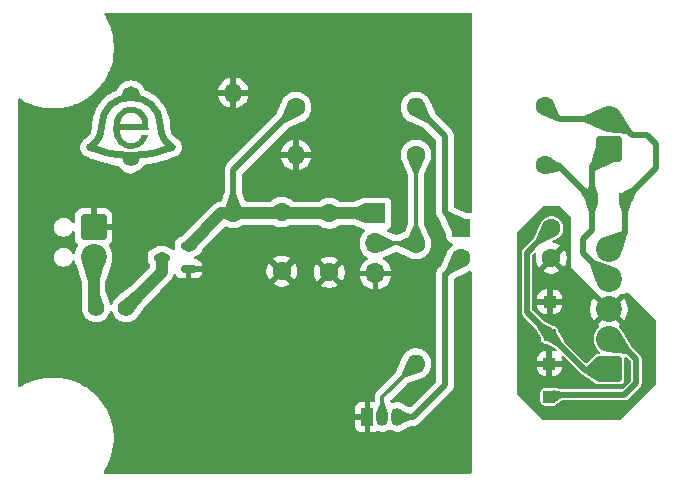
<source format=gtl>
%TF.GenerationSoftware,KiCad,Pcbnew,9.0.1+1*%
%TF.CreationDate,2026-01-16T02:32:25+00:00*%
%TF.ProjectId,WALKIN_PIR_IF,57414c4b-494e-45f5-9049-525f49462e6b,B*%
%TF.SameCoordinates,Original*%
%TF.FileFunction,Copper,L1,Top*%
%TF.FilePolarity,Positive*%
%FSLAX46Y46*%
G04 Gerber Fmt 4.6, Leading zero omitted, Abs format (unit mm)*
G04 Created by KiCad (PCBNEW 9.0.1+1) date 2026-01-16 02:32:25*
%MOMM*%
%LPD*%
G01*
G04 APERTURE LIST*
G04 Aperture macros list*
%AMRoundRect*
0 Rectangle with rounded corners*
0 $1 Rounding radius*
0 $2 $3 $4 $5 $6 $7 $8 $9 X,Y pos of 4 corners*
0 Add a 4 corners polygon primitive as box body*
4,1,4,$2,$3,$4,$5,$6,$7,$8,$9,$2,$3,0*
0 Add four circle primitives for the rounded corners*
1,1,$1+$1,$2,$3*
1,1,$1+$1,$4,$5*
1,1,$1+$1,$6,$7*
1,1,$1+$1,$8,$9*
0 Add four rect primitives between the rounded corners*
20,1,$1+$1,$2,$3,$4,$5,0*
20,1,$1+$1,$4,$5,$6,$7,0*
20,1,$1+$1,$6,$7,$8,$9,0*
20,1,$1+$1,$8,$9,$2,$3,0*%
G04 Aperture macros list end*
%ADD10C,0.625000*%
%TA.AperFunction,EtchedComponent*%
%ADD11C,0.600000*%
%TD*%
%TA.AperFunction,EtchedComponent*%
%ADD12C,0.000000*%
%TD*%
%TA.AperFunction,ComponentPad*%
%ADD13RoundRect,0.249999X0.850001X-0.850001X0.850001X0.850001X-0.850001X0.850001X-0.850001X-0.850001X0*%
%TD*%
%TA.AperFunction,ComponentPad*%
%ADD14C,2.200000*%
%TD*%
%TA.AperFunction,ComponentPad*%
%ADD15C,1.600000*%
%TD*%
%TA.AperFunction,ComponentPad*%
%ADD16RoundRect,0.250000X-0.550000X-0.550000X0.550000X-0.550000X0.550000X0.550000X-0.550000X0.550000X0*%
%TD*%
%TA.AperFunction,SMDPad,CuDef*%
%ADD17RoundRect,0.150000X0.512500X0.150000X-0.512500X0.150000X-0.512500X-0.150000X0.512500X-0.150000X0*%
%TD*%
%TA.AperFunction,SMDPad,CuDef*%
%ADD18RoundRect,0.250000X-0.300000X0.300000X-0.300000X-0.300000X0.300000X-0.300000X0.300000X0.300000X0*%
%TD*%
%TA.AperFunction,SMDPad,CuDef*%
%ADD19RoundRect,0.250000X0.300000X0.300000X-0.300000X0.300000X-0.300000X-0.300000X0.300000X-0.300000X0*%
%TD*%
%TA.AperFunction,ComponentPad*%
%ADD20O,1.600000X1.600000*%
%TD*%
%TA.AperFunction,ComponentPad*%
%ADD21RoundRect,0.249999X-0.850001X0.850001X-0.850001X-0.850001X0.850001X-0.850001X0.850001X0.850001X0*%
%TD*%
%TA.AperFunction,ComponentPad*%
%ADD22C,1.400000*%
%TD*%
%TA.AperFunction,ComponentPad*%
%ADD23R,1.700000X1.700000*%
%TD*%
%TA.AperFunction,ComponentPad*%
%ADD24O,1.700000X1.700000*%
%TD*%
%TA.AperFunction,ComponentPad*%
%ADD25R,1.050000X1.500000*%
%TD*%
%TA.AperFunction,ComponentPad*%
%ADD26O,1.050000X1.500000*%
%TD*%
%TA.AperFunction,ViaPad*%
%ADD27C,0.600000*%
%TD*%
%TA.AperFunction,Conductor*%
%ADD28C,0.500000*%
%TD*%
%TA.AperFunction,Conductor*%
%ADD29C,1.000000*%
%TD*%
%TA.AperFunction,Conductor*%
%ADD30C,0.200000*%
%TD*%
%TA.AperFunction,Conductor*%
%ADD31C,0.400000*%
%TD*%
%TA.AperFunction,Conductor*%
%ADD32C,0.300000*%
%TD*%
G04 APERTURE END LIST*
D10*
G36*
X133147741Y-85875859D02*
G01*
X133313831Y-85897164D01*
X133472346Y-85934883D01*
X133761476Y-86056327D01*
X134008643Y-86234323D01*
X134208108Y-86463382D01*
X134288194Y-86595421D01*
X134354441Y-86738735D01*
X134359850Y-86752957D01*
X134410997Y-86918743D01*
X134448093Y-87108693D01*
X134477397Y-87410511D01*
X134486607Y-87787819D01*
X132054864Y-87787819D01*
X132063299Y-87965593D01*
X132113622Y-88247834D01*
X132163073Y-88374094D01*
X132231269Y-88492887D01*
X132334394Y-88627540D01*
X132426006Y-88714473D01*
X132527475Y-88786684D01*
X132639112Y-88844290D01*
X132759064Y-88886090D01*
X132888690Y-88911985D01*
X133025088Y-88920709D01*
X133162683Y-88912143D01*
X133397503Y-88848876D01*
X133501235Y-88794378D01*
X133595530Y-88724827D01*
X133683188Y-88636899D01*
X133760273Y-88533064D01*
X133830442Y-88405297D01*
X133888151Y-88259879D01*
X134417364Y-88259879D01*
X134399550Y-88344954D01*
X134292622Y-88654147D01*
X134133257Y-88911803D01*
X134034927Y-89021675D01*
X133924670Y-89118594D01*
X133801751Y-89202875D01*
X133667618Y-89273130D01*
X133519912Y-89329853D01*
X133361551Y-89371143D01*
X133188896Y-89396969D01*
X133006129Y-89405683D01*
X132819752Y-89396452D01*
X132499172Y-89330480D01*
X132221250Y-89205047D01*
X132097233Y-89120343D01*
X131984109Y-89021634D01*
X131880301Y-88906938D01*
X131788482Y-88778449D01*
X131706774Y-88632050D01*
X131638515Y-88471845D01*
X131582425Y-88291961D01*
X131541538Y-88098216D01*
X131515684Y-87883831D01*
X131506967Y-87655653D01*
X131521418Y-87369564D01*
X131523334Y-87359447D01*
X132067504Y-87359447D01*
X133919750Y-87359447D01*
X133896402Y-87112135D01*
X133811438Y-86853461D01*
X133673102Y-86643746D01*
X133489776Y-86487907D01*
X133383468Y-86431575D01*
X133267958Y-86390285D01*
X133144055Y-86364901D01*
X133012449Y-86356250D01*
X132842960Y-86370489D01*
X132720393Y-86400522D01*
X132606243Y-86446392D01*
X132499830Y-86508310D01*
X132403379Y-86585060D01*
X132315782Y-86678094D01*
X132239999Y-86785114D01*
X132175390Y-86908380D01*
X132124675Y-87044687D01*
X132088076Y-87196156D01*
X132067504Y-87359447D01*
X131523334Y-87359447D01*
X131594984Y-86981022D01*
X131723401Y-86650646D01*
X131899615Y-86378152D01*
X132118781Y-86162701D01*
X132243668Y-86076308D01*
X132378524Y-86004391D01*
X132523826Y-85947135D01*
X132678393Y-85905496D01*
X132844242Y-85879709D01*
X133018769Y-85871001D01*
X133147741Y-85875859D01*
G37*
D11*
%TO.C,REF\u002A\u002A*%
X130501405Y-87555000D02*
G75*
G02*
X129504285Y-89273839I-1980031J1D01*
G01*
X130501405Y-87555000D02*
G75*
G02*
X135501405Y-87555000I2500000J0D01*
G01*
X136498525Y-89273839D02*
G75*
G02*
X135501407Y-87555000I982915J1718839D01*
G01*
X136498525Y-89295891D02*
G75*
G02*
X129504285Y-89295891I-3497120J8268836D01*
G01*
D12*
%TA.AperFunction,EtchedComponent*%
G36*
X132251405Y-84877642D02*
G01*
X132251405Y-84877642D01*
G75*
G02*
X133751405Y-84877642I750000J0D01*
G01*
X132251405Y-84877642D01*
G37*
%TD.AperFunction*%
%TA.AperFunction,EtchedComponent*%
G36*
X133751405Y-90157358D02*
G01*
X133751405Y-90157358D01*
G75*
G02*
X132251405Y-90157358I-750000J0D01*
G01*
X133751405Y-90157358D01*
G37*
%TD.AperFunction*%
%TD*%
D13*
%TO.P,J3,1,Pin_1*%
%TO.N,/DIN1*%
X173467500Y-108071101D03*
D14*
%TO.P,J3,2,Pin_2*%
%TO.N,/DIN2*%
X173467500Y-105531101D03*
%TO.P,J3,3,Pin_3*%
%TO.N,/COM*%
X173467500Y-102991101D03*
%TO.P,J3,4,Pin_4*%
%TO.N,/NTC1*%
X173467500Y-100451101D03*
%TO.P,J3,5,Pin_5*%
%TO.N,/NTC2*%
X173467500Y-97911101D03*
%TD*%
D15*
%TO.P,C1,1*%
%TO.N,VDD*%
X145770000Y-94781101D03*
%TO.P,C1,2*%
%TO.N,GND*%
X145770000Y-99781101D03*
%TD*%
%TO.P,C2,1*%
%TO.N,VDD*%
X149790000Y-94881101D03*
%TO.P,C2,2*%
%TO.N,GND*%
X149790000Y-99881101D03*
%TD*%
%TO.P,C3,1*%
%TO.N,/NTC1*%
X168060000Y-90770000D03*
%TO.P,C3,2*%
%TO.N,/NTC2*%
X168060000Y-85770000D03*
%TD*%
D16*
%TO.P,U1,1*%
%TO.N,/PM_LED_A*%
X160970000Y-96146101D03*
D15*
%TO.P,U1,2*%
%TO.N,/PM_LED_K*%
X160970000Y-98686101D03*
%TO.P,U1,3*%
%TO.N,/COM*%
X168590000Y-98686101D03*
%TO.P,U1,4*%
%TO.N,/DIN1*%
X168590000Y-96146101D03*
%TD*%
D17*
%TO.P,Q1,1,G*%
%TO.N,GND*%
X137870000Y-99581101D03*
%TO.P,Q1,2,S*%
%TO.N,VDD*%
X137870000Y-97681101D03*
%TO.P,Q1,3,D*%
%TO.N,Net-(JP1-B)*%
X135595000Y-98631101D03*
%TD*%
D18*
%TO.P,D2,1,A1*%
%TO.N,/COM*%
X168410000Y-107610000D03*
%TO.P,D2,2,A2*%
%TO.N,/DIN2*%
X168410000Y-110410000D03*
%TD*%
D19*
%TO.P,D1,1,A1*%
%TO.N,/NTC2*%
X174840000Y-93670000D03*
%TO.P,D1,2,A2*%
%TO.N,/NTC1*%
X172040000Y-93670000D03*
%TD*%
D15*
%TO.P,R3,1*%
%TO.N,/PIR_SIG*%
X157120000Y-97450000D03*
D20*
%TO.P,R3,2*%
%TO.N,Net-(Q2-G)*%
X157120000Y-107610000D03*
%TD*%
D21*
%TO.P,J1,1,VBAT+*%
%TO.N,GND*%
X129830000Y-96061101D03*
D14*
%TO.P,J1,2,VBAT-*%
%TO.N,/VBAT*%
X129830000Y-98601101D03*
%TD*%
D22*
%TO.P,JP1,1,A*%
%TO.N,/VBAT*%
X130050000Y-102890000D03*
%TO.P,JP1,2,B*%
%TO.N,Net-(JP1-B)*%
X132590000Y-102890000D03*
%TD*%
D15*
%TO.P,R1,1*%
%TO.N,VDD*%
X141670000Y-94821101D03*
D20*
%TO.P,R1,2*%
%TO.N,GND*%
X141670000Y-84661101D03*
%TD*%
D13*
%TO.P,J2,1,VBAT-*%
%TO.N,/NTC1*%
X173467500Y-89451101D03*
D14*
%TO.P,J2,2,VBAT+*%
%TO.N,/NTC2*%
X173467500Y-86911101D03*
%TD*%
D15*
%TO.P,R2,1*%
%TO.N,VDD*%
X146970000Y-85920000D03*
D20*
%TO.P,R2,2*%
%TO.N,/PM_LED_A*%
X157130000Y-85920000D03*
%TD*%
D23*
%TO.P,S1,1,VCC*%
%TO.N,VDD*%
X153700000Y-94896101D03*
D24*
%TO.P,S1,2,VOUT*%
%TO.N,/PIR_SIG*%
X153700000Y-97436101D03*
%TO.P,S1,3,GND*%
%TO.N,GND*%
X153700000Y-99976101D03*
%TD*%
D25*
%TO.P,Q2,1,S*%
%TO.N,GND*%
X153020000Y-112120000D03*
D26*
%TO.P,Q2,2,G*%
%TO.N,Net-(Q2-G)*%
X154290000Y-112120000D03*
%TO.P,Q2,3,D*%
%TO.N,/PM_LED_K*%
X155560000Y-112120000D03*
%TD*%
D15*
%TO.P,R4,1*%
%TO.N,/PIR_SIG*%
X157130000Y-89950000D03*
D20*
%TO.P,R4,2*%
%TO.N,GND*%
X146970000Y-89950000D03*
%TD*%
D18*
%TO.P,D3,1,A1*%
%TO.N,/COM*%
X168440000Y-102372500D03*
%TO.P,D3,2,A2*%
%TO.N,/DIN1*%
X168440000Y-105172500D03*
%TD*%
D27*
%TO.N,GND*%
X137850000Y-103320000D03*
%TO.N,/COM*%
X166730000Y-106330000D03*
%TD*%
D28*
%TO.N,VDD*%
X141670000Y-91220000D02*
X146970000Y-85920000D01*
D29*
X140655000Y-94896101D02*
X137870000Y-97681101D01*
X153700000Y-94896101D02*
X140655000Y-94896101D01*
D30*
X142878899Y-94821101D02*
X141670000Y-94821101D01*
D28*
X141670000Y-94821101D02*
X141670000Y-91220000D01*
%TO.N,/NTC2*%
X173467500Y-86911101D02*
X174070000Y-86911101D01*
X176650000Y-88220000D02*
X177470000Y-89040000D01*
D30*
X173467500Y-86911101D02*
X173761101Y-86911101D01*
D28*
X168060000Y-85770000D02*
X169201101Y-86911101D01*
X174830000Y-96548601D02*
X174830000Y-93680000D01*
X169201101Y-86911101D02*
X173467500Y-86911101D01*
X177470000Y-91040000D02*
X174840000Y-93670000D01*
D30*
X173467500Y-86911101D02*
X173841101Y-86911101D01*
D28*
X175450000Y-88220000D02*
X176650000Y-88220000D01*
X177470000Y-89040000D02*
X177470000Y-91040000D01*
X174141101Y-86911101D02*
X175450000Y-88220000D01*
X173761101Y-86911101D02*
X174141101Y-86911101D01*
X173467500Y-97911101D02*
X174830000Y-96548601D01*
X174830000Y-93680000D02*
X174840000Y-93670000D01*
%TO.N,/NTC1*%
X172040000Y-96300000D02*
X171290000Y-97050000D01*
X171290000Y-97050000D02*
X171290000Y-98273601D01*
D30*
X173940000Y-100451101D02*
X173467500Y-100451101D01*
D28*
X169140000Y-90770000D02*
X168060000Y-90770000D01*
X171290000Y-98273601D02*
X173467500Y-100451101D01*
X172040000Y-93670000D02*
X169140000Y-90770000D01*
X172040000Y-90878601D02*
X173467500Y-89451101D01*
X172040000Y-93670000D02*
X172040000Y-96300000D01*
X172040000Y-93670000D02*
X172040000Y-90878601D01*
D30*
%TO.N,/COM*%
X173467500Y-102991101D02*
X172895000Y-102991101D01*
%TO.N,/DIN2*%
X168410000Y-110410000D02*
X168580000Y-110240000D01*
D28*
X168580000Y-110240000D02*
X174780000Y-110240000D01*
X175780000Y-109240000D02*
X175780000Y-107240000D01*
X174780000Y-110240000D02*
X175780000Y-109240000D01*
X175780000Y-107240000D02*
X174071101Y-105531101D01*
D30*
X174071101Y-105531101D02*
X173467500Y-105531101D01*
X173467500Y-105531101D02*
X173417500Y-105581101D01*
D28*
%TO.N,/DIN1*%
X166530000Y-98206101D02*
X168590000Y-96146101D01*
X168440000Y-105172500D02*
X166530000Y-103262500D01*
X171400000Y-108110000D02*
X173428601Y-108110000D01*
X166530000Y-103262500D02*
X166530000Y-98206101D01*
X168440000Y-105172500D02*
X168462500Y-105172500D01*
D30*
X173428601Y-108110000D02*
X173467500Y-108071101D01*
D28*
X168462500Y-105172500D02*
X171400000Y-108110000D01*
D29*
%TO.N,/VBAT*%
X129830000Y-98601101D02*
X129830000Y-102670000D01*
D30*
X129830000Y-102670000D02*
X130050000Y-102890000D01*
D31*
%TO.N,/PIR_SIG*%
X157106101Y-97436101D02*
X157130000Y-97412202D01*
D32*
X157130000Y-97412202D02*
X157130000Y-89950000D01*
D31*
X157106101Y-97436101D02*
X157120000Y-97450000D01*
D32*
X153700000Y-97436101D02*
X157106101Y-97436101D01*
D29*
%TO.N,Net-(JP1-B)*%
X135595000Y-99885000D02*
X132590000Y-102890000D01*
X135595000Y-98631101D02*
X135595000Y-99885000D01*
D30*
X135565000Y-98601101D02*
X135595000Y-98631101D01*
%TO.N,/PM_LED_K*%
X156860000Y-112140000D02*
X156840000Y-112120000D01*
D28*
X159600000Y-109400000D02*
X156860000Y-112140000D01*
D30*
X159646101Y-100010000D02*
X159600000Y-100010000D01*
D28*
X160970000Y-98686101D02*
X159646101Y-100010000D01*
X159600000Y-100010000D02*
X159600000Y-109400000D01*
X156840000Y-112120000D02*
X155560000Y-112120000D01*
D30*
%TO.N,/PM_LED_A*%
X160970000Y-96146101D02*
X160946101Y-96146101D01*
D28*
X159560000Y-88350000D02*
X157130000Y-85920000D01*
X160946101Y-96146101D02*
X159560000Y-94760000D01*
X159600000Y-94760000D02*
X159600000Y-88350000D01*
D32*
%TO.N,Net-(Q2-G)*%
X154290000Y-110440000D02*
X157120000Y-107610000D01*
X154290000Y-112120000D02*
X154290000Y-110440000D01*
%TD*%
%TA.AperFunction,Conductor*%
%TO.N,/PIR_SIG*%
G36*
X154181292Y-96733514D02*
G01*
X155376853Y-97282969D01*
X155382939Y-97289538D01*
X155383667Y-97293600D01*
X155383667Y-97578601D01*
X155380240Y-97586874D01*
X155376853Y-97589232D01*
X154181295Y-98138686D01*
X154172347Y-98139027D01*
X154166687Y-98134565D01*
X153801535Y-97589232D01*
X153703358Y-97442610D01*
X153701604Y-97433830D01*
X153703359Y-97429591D01*
X153794418Y-97293600D01*
X154166688Y-96737634D01*
X154174138Y-96732669D01*
X154181292Y-96733514D01*
G37*
%TD.AperFunction*%
%TD*%
%TA.AperFunction,Conductor*%
%TO.N,/DIN2*%
G36*
X169500178Y-109988404D02*
G01*
X169507793Y-109993113D01*
X169510000Y-109999952D01*
X169510000Y-110483581D01*
X169506573Y-110491854D01*
X169504588Y-110493448D01*
X168883235Y-110889391D01*
X168874416Y-110890947D01*
X168868515Y-110887636D01*
X168489282Y-110493448D01*
X168414955Y-110416190D01*
X168411690Y-110407853D01*
X168413122Y-110402466D01*
X168706027Y-109867258D01*
X168713005Y-109861647D01*
X168718166Y-109861327D01*
X169500178Y-109988404D01*
G37*
%TD.AperFunction*%
%TD*%
%TA.AperFunction,Conductor*%
%TO.N,Net-(Q2-G)*%
G36*
X157113020Y-107607772D02*
G01*
X157120470Y-107612740D01*
X157122227Y-107616979D01*
X157274149Y-108384910D01*
X157272392Y-108393691D01*
X157266804Y-108398127D01*
X156112630Y-108833899D01*
X156103679Y-108833615D01*
X156100224Y-108831226D01*
X155898773Y-108629775D01*
X155895346Y-108621502D01*
X155896099Y-108617373D01*
X156331873Y-107463192D01*
X156338000Y-107456666D01*
X156345087Y-107455850D01*
X157113020Y-107607772D01*
G37*
%TD.AperFunction*%
%TD*%
%TA.AperFunction,Conductor*%
%TO.N,/NTC1*%
G36*
X172181356Y-98807004D02*
G01*
X172870362Y-99066508D01*
X172871523Y-99067020D01*
X172968281Y-99116321D01*
X172968286Y-99116322D01*
X172968289Y-99116324D01*
X173090431Y-99156010D01*
X173162966Y-99179578D01*
X173174917Y-99181471D01*
X173177205Y-99182076D01*
X173672818Y-99368741D01*
X173679352Y-99374864D01*
X173680171Y-99381964D01*
X173469728Y-100444126D01*
X173464759Y-100451575D01*
X173460525Y-100453329D01*
X172398363Y-100663772D01*
X172389581Y-100662018D01*
X172385140Y-100656419D01*
X172308649Y-100453329D01*
X171823404Y-99164958D01*
X171823695Y-99156010D01*
X171826077Y-99152566D01*
X172168963Y-98809680D01*
X172177235Y-98806254D01*
X172181356Y-98807004D01*
G37*
%TD.AperFunction*%
%TD*%
%TA.AperFunction,Conductor*%
%TO.N,/PIR_SIG*%
G36*
X157280660Y-95868799D02*
G01*
X157283084Y-95872332D01*
X157781192Y-96996554D01*
X157781410Y-97005507D01*
X157777005Y-97011015D01*
X157126510Y-97446640D01*
X157117729Y-97448397D01*
X157113490Y-97446640D01*
X156463115Y-97011096D01*
X156458147Y-97003646D01*
X156458997Y-96996482D01*
X156811614Y-96230941D01*
X156976866Y-95872177D01*
X156983440Y-95866096D01*
X156987493Y-95865372D01*
X157272387Y-95865372D01*
X157280660Y-95868799D01*
G37*
%TD.AperFunction*%
%TD*%
%TA.AperFunction,Conductor*%
%TO.N,/DIN2*%
G36*
X174394947Y-104945724D02*
G01*
X174394999Y-104945806D01*
X175348891Y-106452435D01*
X175350422Y-106461258D01*
X175347279Y-106466967D01*
X175004365Y-106809881D01*
X174996092Y-106813308D01*
X174994703Y-106813225D01*
X173306520Y-106611409D01*
X173298712Y-106607025D01*
X173296292Y-106598403D01*
X173296350Y-106597979D01*
X173465970Y-105535548D01*
X173470658Y-105527921D01*
X173471146Y-105527586D01*
X174378773Y-104942231D01*
X174387583Y-104940628D01*
X174394947Y-104945724D01*
G37*
%TD.AperFunction*%
%TD*%
%TA.AperFunction,Conductor*%
%TO.N,VDD*%
G36*
X146314624Y-85482255D02*
G01*
X146316263Y-85483167D01*
X146968757Y-85917994D01*
X146972005Y-85921242D01*
X147406832Y-86573736D01*
X147408568Y-86582521D01*
X147403584Y-86589960D01*
X147401945Y-86590872D01*
X146033660Y-87213915D01*
X146024710Y-87214225D01*
X146020538Y-87211540D01*
X145678459Y-86869461D01*
X145675032Y-86861188D01*
X145676083Y-86856342D01*
X146299128Y-85488052D01*
X146305674Y-85481945D01*
X146314624Y-85482255D01*
G37*
%TD.AperFunction*%
%TD*%
%TA.AperFunction,Conductor*%
%TO.N,/PM_LED_A*%
G36*
X157799960Y-85486415D02*
G01*
X157800872Y-85488054D01*
X158423915Y-86856339D01*
X158424225Y-86865289D01*
X158421540Y-86869461D01*
X158079461Y-87211540D01*
X158071188Y-87214967D01*
X158066339Y-87213915D01*
X156698054Y-86590872D01*
X156691945Y-86584325D01*
X156692255Y-86575375D01*
X156693163Y-86573742D01*
X157127994Y-85921241D01*
X157131242Y-85917994D01*
X157783737Y-85483166D01*
X157792521Y-85481431D01*
X157799960Y-85486415D01*
G37*
%TD.AperFunction*%
%TD*%
%TA.AperFunction,Conductor*%
%TO.N,/NTC1*%
G36*
X173461056Y-89448877D02*
G01*
X173468544Y-89453787D01*
X173469818Y-89456237D01*
X173879636Y-90541040D01*
X173879354Y-90549991D01*
X173873732Y-90555733D01*
X172292392Y-91310751D01*
X172287351Y-91311893D01*
X171805410Y-91311893D01*
X171797137Y-91308466D01*
X171793710Y-91300193D01*
X171794140Y-91297050D01*
X172307547Y-89456237D01*
X172364611Y-89251634D01*
X172370135Y-89244586D01*
X172378062Y-89243283D01*
X173461056Y-89448877D01*
G37*
%TD.AperFunction*%
%TD*%
%TA.AperFunction,Conductor*%
%TO.N,/DIN1*%
G36*
X167758751Y-104134153D02*
G01*
X168658510Y-104617500D01*
X168664176Y-104624434D01*
X168663789Y-104632268D01*
X168442562Y-105168707D01*
X168436240Y-105175048D01*
X168436207Y-105175062D01*
X167899768Y-105396289D01*
X167890813Y-105396275D01*
X167885000Y-105391010D01*
X167401653Y-104491251D01*
X167400757Y-104482341D01*
X167403685Y-104477443D01*
X167744942Y-104136186D01*
X167753214Y-104132760D01*
X167758751Y-104134153D01*
G37*
%TD.AperFunction*%
%TD*%
%TA.AperFunction,Conductor*%
%TO.N,/NTC2*%
G36*
X172861888Y-86004724D02*
G01*
X173464144Y-86904593D01*
X173465898Y-86913375D01*
X173464144Y-86917609D01*
X172861888Y-87817477D01*
X172854439Y-87822446D01*
X172847339Y-87821627D01*
X171395510Y-87164213D01*
X171389387Y-87157679D01*
X171388636Y-87153555D01*
X171388636Y-86668646D01*
X171392063Y-86660373D01*
X171395508Y-86657988D01*
X172847340Y-86000573D01*
X172856289Y-86000283D01*
X172861888Y-86004724D01*
G37*
%TD.AperFunction*%
%TD*%
%TA.AperFunction,Conductor*%
%TO.N,VDD*%
G36*
X142123866Y-94162899D02*
G01*
X142124312Y-94163212D01*
X142874155Y-94717594D01*
X142878770Y-94725267D01*
X142878899Y-94727001D01*
X142878899Y-94915200D01*
X142875472Y-94923473D01*
X142874155Y-94924608D01*
X142124312Y-95478989D01*
X142115622Y-95481152D01*
X142107948Y-95476537D01*
X142107635Y-95476091D01*
X141944987Y-95233218D01*
X141673358Y-94827609D01*
X141671602Y-94818830D01*
X141673357Y-94814593D01*
X142107635Y-94166109D01*
X142115085Y-94161142D01*
X142123866Y-94162899D01*
G37*
%TD.AperFunction*%
%TD*%
%TA.AperFunction,Conductor*%
%TO.N,/NTC2*%
G36*
X174846999Y-93674228D02*
G01*
X175363687Y-94060230D01*
X175368264Y-94067927D01*
X175367499Y-94074070D01*
X175082988Y-94762767D01*
X175076662Y-94769105D01*
X175072174Y-94770000D01*
X174588035Y-94770000D01*
X174579762Y-94766573D01*
X174577115Y-94762501D01*
X174312261Y-94074070D01*
X174312211Y-94073939D01*
X174312439Y-94064989D01*
X174316127Y-94060368D01*
X174832999Y-93674229D01*
X174841676Y-93672024D01*
X174846999Y-93674228D01*
G37*
%TD.AperFunction*%
%TD*%
%TA.AperFunction,Conductor*%
%TO.N,/PM_LED_A*%
G36*
X159852108Y-94694509D02*
G01*
X161286746Y-95341464D01*
X161292879Y-95347989D01*
X161292771Y-95356546D01*
X160972541Y-96142307D01*
X160966245Y-96148675D01*
X160966222Y-96148684D01*
X160180318Y-96477513D01*
X160171363Y-96477545D01*
X160165223Y-96471717D01*
X159494705Y-95052188D01*
X159494270Y-95043244D01*
X159497009Y-95038920D01*
X159839027Y-94696902D01*
X159847299Y-94693476D01*
X159852108Y-94694509D01*
G37*
%TD.AperFunction*%
%TD*%
%TA.AperFunction,Conductor*%
%TO.N,/NTC1*%
G36*
X168513939Y-90111689D02*
G01*
X168514260Y-90111911D01*
X169091258Y-90529047D01*
X169662473Y-90942004D01*
X169667170Y-90949628D01*
X169665100Y-90958341D01*
X169663891Y-90959759D01*
X169322436Y-91301214D01*
X169316757Y-91304350D01*
X168227787Y-91551963D01*
X168218960Y-91550456D01*
X168213784Y-91543148D01*
X168213729Y-91542893D01*
X168060244Y-90774057D01*
X168061984Y-90765275D01*
X168497708Y-90114896D01*
X168505159Y-90109931D01*
X168513939Y-90111689D01*
G37*
%TD.AperFunction*%
%TD*%
%TA.AperFunction,Conductor*%
%TO.N,/VBAT*%
G36*
X130329849Y-101541438D02*
G01*
X130332672Y-101546000D01*
X130732342Y-102740859D01*
X130731716Y-102749791D01*
X130724957Y-102755666D01*
X130723545Y-102756042D01*
X130050000Y-102891000D01*
X130049967Y-102891006D01*
X129377100Y-103023867D01*
X129368320Y-103022108D01*
X129363356Y-103014655D01*
X129363137Y-103012652D01*
X129360403Y-102891006D01*
X129330269Y-101549974D01*
X129333509Y-101541626D01*
X129341703Y-101538014D01*
X129341966Y-101538011D01*
X130321576Y-101538011D01*
X130329849Y-101541438D01*
G37*
%TD.AperFunction*%
%TD*%
%TA.AperFunction,Conductor*%
%TO.N,/NTC2*%
G36*
X175072417Y-96400030D02*
G01*
X175075844Y-96408303D01*
X175075324Y-96411753D01*
X174549473Y-98115625D01*
X174543759Y-98122520D01*
X174536021Y-98123652D01*
X173475178Y-97913621D01*
X173467728Y-97908653D01*
X173465975Y-97904427D01*
X173254920Y-96842398D01*
X173256669Y-96833618D01*
X173262744Y-96829005D01*
X174578221Y-96397187D01*
X174581870Y-96396603D01*
X175064144Y-96396603D01*
X175072417Y-96400030D01*
G37*
%TD.AperFunction*%
%TD*%
%TA.AperFunction,Conductor*%
%TO.N,VDD*%
G36*
X152851747Y-94049087D02*
G01*
X152855513Y-94051607D01*
X153197424Y-94393117D01*
X153692712Y-94887823D01*
X153696144Y-94896094D01*
X153692722Y-94904369D01*
X153692712Y-94904379D01*
X152855515Y-95740592D01*
X152847240Y-95744014D01*
X152842792Y-95743133D01*
X152007245Y-95399084D01*
X152000900Y-95392765D01*
X152000000Y-95388265D01*
X152000000Y-94403936D01*
X152003427Y-94395663D01*
X152007242Y-94393118D01*
X152842794Y-94049068D01*
X152851747Y-94049087D01*
G37*
%TD.AperFunction*%
%TD*%
%TA.AperFunction,Conductor*%
%TO.N,/DIN1*%
G36*
X167934624Y-95708356D02*
G01*
X167936263Y-95709268D01*
X168588757Y-96144095D01*
X168592005Y-96147343D01*
X169026832Y-96799837D01*
X169028568Y-96808622D01*
X169023584Y-96816061D01*
X169021945Y-96816973D01*
X167653660Y-97440016D01*
X167644710Y-97440326D01*
X167640538Y-97437641D01*
X167298459Y-97095562D01*
X167295032Y-97087289D01*
X167296083Y-97082443D01*
X167919128Y-95714153D01*
X167925674Y-95708046D01*
X167934624Y-95708356D01*
G37*
%TD.AperFunction*%
%TD*%
%TA.AperFunction,Conductor*%
%TO.N,Net-(JP1-B)*%
G36*
X133224015Y-101563138D02*
G01*
X133916861Y-102255984D01*
X133920288Y-102264257D01*
X133917992Y-102271218D01*
X133178653Y-103269950D01*
X133170976Y-103274561D01*
X133162762Y-103272726D01*
X132591243Y-102892006D01*
X132587993Y-102888756D01*
X132207272Y-102317235D01*
X132205538Y-102308451D01*
X132210047Y-102301347D01*
X133208781Y-101562006D01*
X133217469Y-101559839D01*
X133224015Y-101563138D01*
G37*
%TD.AperFunction*%
%TD*%
%TA.AperFunction,Conductor*%
%TO.N,/PM_LED_K*%
G36*
X155996345Y-111598604D02*
G01*
X156603032Y-111866918D01*
X156609212Y-111873398D01*
X156610000Y-111877618D01*
X156610000Y-112362381D01*
X156606573Y-112370654D01*
X156603032Y-112373081D01*
X155996345Y-112641395D01*
X155987393Y-112641607D01*
X155982555Y-112638100D01*
X155565052Y-112127403D01*
X155562470Y-112118831D01*
X155565052Y-112112596D01*
X155982556Y-111601898D01*
X155990444Y-111597663D01*
X155996345Y-111598604D01*
G37*
%TD.AperFunction*%
%TD*%
%TA.AperFunction,Conductor*%
%TO.N,VDD*%
G36*
X145783364Y-94411584D02*
G01*
X145785372Y-94418139D01*
X145785372Y-95375900D01*
X145781945Y-95384173D01*
X145773672Y-95387600D01*
X145767850Y-95386049D01*
X145001641Y-94946506D01*
X144996170Y-94939417D01*
X144997314Y-94930535D01*
X145000907Y-94926666D01*
X145767118Y-94408446D01*
X145775890Y-94406651D01*
X145783364Y-94411584D01*
G37*
%TD.AperFunction*%
%TD*%
%TA.AperFunction,Conductor*%
%TO.N,VDD*%
G36*
X141920159Y-93239900D02*
G01*
X141922844Y-93244072D01*
X142449809Y-94652154D01*
X142449499Y-94661104D01*
X142442952Y-94667213D01*
X142441148Y-94667727D01*
X141672297Y-94821641D01*
X141667703Y-94821641D01*
X140898851Y-94667727D01*
X140891412Y-94662743D01*
X140889676Y-94653958D01*
X140890190Y-94652154D01*
X141417156Y-93244072D01*
X141423265Y-93237525D01*
X141428114Y-93236473D01*
X141911886Y-93236473D01*
X141920159Y-93239900D01*
G37*
%TD.AperFunction*%
%TD*%
%TA.AperFunction,Conductor*%
%TO.N,/NTC1*%
G36*
X171358751Y-92631653D02*
G01*
X172258510Y-93115000D01*
X172264176Y-93121934D01*
X172263789Y-93129768D01*
X172042562Y-93666207D01*
X172036240Y-93672548D01*
X172036207Y-93672562D01*
X171499768Y-93893789D01*
X171490813Y-93893775D01*
X171485000Y-93888510D01*
X171001653Y-92988751D01*
X171000757Y-92979841D01*
X171003685Y-92974943D01*
X171344942Y-92633686D01*
X171353214Y-92630260D01*
X171358751Y-92631653D01*
G37*
%TD.AperFunction*%
%TD*%
%TA.AperFunction,Conductor*%
%TO.N,/NTC1*%
G36*
X172046999Y-93674228D02*
G01*
X172486954Y-94002905D01*
X172563779Y-94060299D01*
X172568356Y-94067996D01*
X172567644Y-94074007D01*
X172292938Y-94762635D01*
X172286690Y-94769050D01*
X172282071Y-94770000D01*
X171797929Y-94770000D01*
X171789656Y-94766573D01*
X171787062Y-94762635D01*
X171512355Y-94074007D01*
X171512472Y-94065053D01*
X171516218Y-94060300D01*
X172032999Y-93674229D01*
X172041676Y-93672024D01*
X172046999Y-93674228D01*
G37*
%TD.AperFunction*%
%TD*%
%TA.AperFunction,Conductor*%
%TO.N,VDD*%
G36*
X141683138Y-94412183D02*
G01*
X141685372Y-94419059D01*
X141685372Y-95376766D01*
X141681945Y-95385039D01*
X141673672Y-95388466D01*
X141668244Y-95387131D01*
X140902078Y-94985921D01*
X140896339Y-94979047D01*
X140897141Y-94970128D01*
X140900628Y-94966091D01*
X141666797Y-94409592D01*
X141675504Y-94407503D01*
X141683138Y-94412183D01*
G37*
%TD.AperFunction*%
%TD*%
%TA.AperFunction,Conductor*%
%TO.N,/PM_LED_K*%
G36*
X160314624Y-98248356D02*
G01*
X160316263Y-98249268D01*
X160968757Y-98684095D01*
X160972005Y-98687343D01*
X161406832Y-99339837D01*
X161408568Y-99348622D01*
X161403584Y-99356061D01*
X161401945Y-99356973D01*
X160033660Y-99980016D01*
X160024710Y-99980326D01*
X160020538Y-99977641D01*
X159678459Y-99635562D01*
X159675032Y-99627289D01*
X159676083Y-99622443D01*
X160299128Y-98254153D01*
X160305674Y-98248046D01*
X160314624Y-98248356D01*
G37*
%TD.AperFunction*%
%TD*%
%TA.AperFunction,Conductor*%
%TO.N,/NTC1*%
G36*
X172290344Y-92573427D02*
G01*
X172292938Y-92577365D01*
X172567644Y-93265992D01*
X172567527Y-93274946D01*
X172563779Y-93279700D01*
X172047002Y-93665769D01*
X172038324Y-93667975D01*
X172032998Y-93665769D01*
X171516220Y-93279700D01*
X171511643Y-93272003D01*
X171512354Y-93265994D01*
X171787062Y-92577365D01*
X171793310Y-92570950D01*
X171797929Y-92570000D01*
X172282071Y-92570000D01*
X172290344Y-92573427D01*
G37*
%TD.AperFunction*%
%TD*%
%TA.AperFunction,Conductor*%
%TO.N,/NTC2*%
G36*
X175535058Y-92633687D02*
G01*
X175876312Y-92974941D01*
X175879739Y-92983214D01*
X175878346Y-92988751D01*
X175394999Y-93888510D01*
X175388065Y-93894176D01*
X175380231Y-93893789D01*
X174843792Y-93672562D01*
X174837451Y-93666240D01*
X174837437Y-93666207D01*
X174616211Y-93129768D01*
X174616225Y-93120813D01*
X174621489Y-93115000D01*
X175521249Y-92631652D01*
X175530158Y-92630757D01*
X175535058Y-92633687D01*
G37*
%TD.AperFunction*%
%TD*%
%TA.AperFunction,Conductor*%
%TO.N,/DIN1*%
G36*
X172425375Y-107087080D02*
G01*
X173459314Y-108063410D01*
X173462976Y-108071582D01*
X173459788Y-108079950D01*
X173459423Y-108080319D01*
X172435141Y-109072841D01*
X172426815Y-109076138D01*
X172420527Y-109074186D01*
X171759898Y-108635462D01*
X171212154Y-108271705D01*
X171207158Y-108264273D01*
X171208880Y-108255485D01*
X171210349Y-108253690D01*
X171553767Y-107910272D01*
X171553823Y-107910217D01*
X172409232Y-107087156D01*
X172417568Y-107083890D01*
X172425375Y-107087080D01*
G37*
%TD.AperFunction*%
%TD*%
%TA.AperFunction,Conductor*%
%TO.N,/PIR_SIG*%
G36*
X157136507Y-89953357D02*
G01*
X157662793Y-90305801D01*
X157786945Y-90388944D01*
X157791913Y-90396394D01*
X157791097Y-90403483D01*
X157283110Y-91527746D01*
X157276581Y-91533874D01*
X157272448Y-91534628D01*
X156987552Y-91534628D01*
X156979279Y-91531201D01*
X156976890Y-91527746D01*
X156468901Y-90403481D01*
X156468618Y-90394532D01*
X156473053Y-90388945D01*
X157123491Y-89953358D01*
X157132271Y-89951602D01*
X157136507Y-89953357D01*
G37*
%TD.AperFunction*%
%TD*%
%TA.AperFunction,Conductor*%
%TO.N,/NTC2*%
G36*
X174388599Y-86309714D02*
G01*
X174388605Y-86309722D01*
X175369092Y-87782871D01*
X175370823Y-87791657D01*
X175367625Y-87797627D01*
X175024723Y-88140529D01*
X175016450Y-88143956D01*
X175015395Y-88143908D01*
X173328042Y-87991073D01*
X173320111Y-87986914D01*
X173317445Y-87978366D01*
X173317510Y-87977800D01*
X173466066Y-86915591D01*
X173470604Y-86907875D01*
X173471136Y-86907497D01*
X174372375Y-86306470D01*
X174381158Y-86304732D01*
X174388599Y-86309714D01*
G37*
%TD.AperFunction*%
%TD*%
%TA.AperFunction,Conductor*%
%TO.N,/VBAT*%
G36*
X130820146Y-99002093D02*
G01*
X130826523Y-99008381D01*
X130826956Y-99016283D01*
X130332495Y-100671614D01*
X130326843Y-100678560D01*
X130321284Y-100679965D01*
X129338716Y-100679965D01*
X129330443Y-100676538D01*
X129327505Y-100671614D01*
X128833043Y-99016281D01*
X128833959Y-99007375D01*
X128839851Y-99002094D01*
X129825601Y-98601887D01*
X129834399Y-98601887D01*
X130820146Y-99002093D01*
G37*
%TD.AperFunction*%
%TD*%
%TA.AperFunction,Conductor*%
%TO.N,/PIR_SIG*%
G36*
X156680999Y-96792970D02*
G01*
X157116640Y-97443490D01*
X157118397Y-97452271D01*
X157116640Y-97456510D01*
X156681112Y-98106860D01*
X156673662Y-98111828D01*
X156666466Y-98110963D01*
X155542147Y-97589244D01*
X155536085Y-97582653D01*
X155535372Y-97578631D01*
X155535372Y-97293738D01*
X155538799Y-97285465D01*
X155542361Y-97283028D01*
X156666571Y-96788768D01*
X156675522Y-96788577D01*
X156680999Y-96792970D01*
G37*
%TD.AperFunction*%
%TD*%
%TA.AperFunction,Conductor*%
%TO.N,Net-(Q2-G)*%
G36*
X154440272Y-110858515D02*
G01*
X154442902Y-110862544D01*
X154801429Y-111783632D01*
X154801237Y-111792585D01*
X154796818Y-111797740D01*
X154296292Y-112116986D01*
X154287474Y-112118546D01*
X154283708Y-112116986D01*
X153783181Y-111797740D01*
X153778049Y-111790402D01*
X153778570Y-111783632D01*
X154137098Y-110862544D01*
X154143292Y-110856077D01*
X154148001Y-110855088D01*
X154431999Y-110855088D01*
X154440272Y-110858515D01*
G37*
%TD.AperFunction*%
%TD*%
%TA.AperFunction,Conductor*%
%TO.N,/DIN1*%
G36*
X168995082Y-104949656D02*
G01*
X169487215Y-105840214D01*
X169488218Y-105849113D01*
X169485248Y-105854146D01*
X169143982Y-106195412D01*
X169135709Y-106198839D01*
X169130314Y-106197520D01*
X168225825Y-105727407D01*
X168220065Y-105720551D01*
X168220375Y-105712637D01*
X168437467Y-105176302D01*
X168443743Y-105169923D01*
X168980313Y-104944527D01*
X168989265Y-104944483D01*
X168995082Y-104949656D01*
G37*
%TD.AperFunction*%
%TD*%
%TA.AperFunction,Conductor*%
%TO.N,VDD*%
G36*
X149802802Y-94413153D02*
G01*
X149805372Y-94420469D01*
X149805372Y-95378028D01*
X149801945Y-95386301D01*
X149793672Y-95389728D01*
X149788883Y-95388703D01*
X149022835Y-95045008D01*
X149016689Y-95038495D01*
X149016949Y-95029544D01*
X149020305Y-95025206D01*
X149786356Y-94411338D01*
X149794955Y-94408840D01*
X149802802Y-94413153D01*
G37*
%TD.AperFunction*%
%TD*%
%TA.AperFunction,Conductor*%
%TO.N,/NTC2*%
G36*
X168729960Y-85336415D02*
G01*
X168730872Y-85338054D01*
X169353915Y-86706339D01*
X169354225Y-86715289D01*
X169351540Y-86719461D01*
X169009461Y-87061540D01*
X169001188Y-87064967D01*
X168996339Y-87063915D01*
X167628054Y-86440872D01*
X167621945Y-86434325D01*
X167622255Y-86425375D01*
X167623163Y-86423742D01*
X168057994Y-85771241D01*
X168061242Y-85767994D01*
X168713737Y-85333166D01*
X168722521Y-85331431D01*
X168729960Y-85336415D01*
G37*
%TD.AperFunction*%
%TD*%
%TA.AperFunction,Conductor*%
%TO.N,/COM*%
G36*
X169365677Y-94319685D02*
G01*
X169386319Y-94336319D01*
X170243681Y-95193681D01*
X170277166Y-95255004D01*
X170280000Y-95281362D01*
X170280000Y-99500000D01*
X172537833Y-101707881D01*
X173297266Y-102467313D01*
X173255208Y-102478583D01*
X173129792Y-102550991D01*
X173027390Y-102653393D01*
X172954982Y-102778809D01*
X172943712Y-102820866D01*
X172173248Y-102050401D01*
X172173247Y-102050402D01*
X172099059Y-102152514D01*
X171984719Y-102376916D01*
X171906897Y-102616431D01*
X171867500Y-102865172D01*
X171867500Y-103117029D01*
X171906897Y-103365770D01*
X171984719Y-103605285D01*
X172099057Y-103829684D01*
X172173248Y-103931798D01*
X172173248Y-103931799D01*
X172943712Y-103161335D01*
X172954982Y-103203393D01*
X173027390Y-103328809D01*
X173129792Y-103431211D01*
X173255208Y-103503619D01*
X173297265Y-103514888D01*
X172526800Y-104285351D01*
X172610618Y-104346249D01*
X172653283Y-104401579D01*
X172659262Y-104471193D01*
X172626656Y-104532988D01*
X172622978Y-104536437D01*
X172475528Y-104683887D01*
X172355215Y-104849487D01*
X172262281Y-105031877D01*
X172199022Y-105226566D01*
X172167000Y-105428749D01*
X172167000Y-105633452D01*
X172199022Y-105835635D01*
X172262281Y-106030324D01*
X172355215Y-106212714D01*
X172475528Y-106378314D01*
X172475534Y-106378320D01*
X172620281Y-106523067D01*
X172652234Y-106546282D01*
X172694900Y-106601611D01*
X172700881Y-106671224D01*
X172668276Y-106733020D01*
X172607438Y-106767378D01*
X172579357Y-106770601D01*
X172563241Y-106770601D01*
X172552437Y-106771614D01*
X172532800Y-106773455D01*
X172532797Y-106773455D01*
X172532796Y-106773456D01*
X172532794Y-106773456D01*
X172404618Y-106818307D01*
X172295350Y-106898951D01*
X172295345Y-106898956D01*
X172269493Y-106933983D01*
X172255700Y-106949702D01*
X171640613Y-107541528D01*
X171578656Y-107573825D01*
X171509074Y-107567498D01*
X171466957Y-107539854D01*
X169678418Y-105751315D01*
X169657568Y-105723609D01*
X169636443Y-105685382D01*
X169205969Y-104906399D01*
X169190500Y-104846424D01*
X169190500Y-104818230D01*
X169187646Y-104787800D01*
X169187646Y-104787798D01*
X169142793Y-104659619D01*
X169142792Y-104659617D01*
X169104925Y-104608309D01*
X169062150Y-104550350D01*
X168952882Y-104469707D01*
X168952880Y-104469706D01*
X168824700Y-104424853D01*
X168794270Y-104422000D01*
X168794266Y-104422000D01*
X168760026Y-104422000D01*
X168701345Y-104407236D01*
X167875809Y-103963761D01*
X167846809Y-103942206D01*
X167016819Y-103112216D01*
X166983334Y-103050893D01*
X166980500Y-103024535D01*
X166980500Y-102722486D01*
X167390001Y-102722486D01*
X167400494Y-102825197D01*
X167455641Y-102991619D01*
X167455643Y-102991624D01*
X167547684Y-103140845D01*
X167671654Y-103264815D01*
X167820875Y-103356856D01*
X167820880Y-103356858D01*
X167987302Y-103412005D01*
X167987309Y-103412006D01*
X168090019Y-103422499D01*
X168690000Y-103422499D01*
X168789972Y-103422499D01*
X168789986Y-103422498D01*
X168892697Y-103412005D01*
X169059119Y-103356858D01*
X169059124Y-103356856D01*
X169208345Y-103264815D01*
X169332315Y-103140845D01*
X169424356Y-102991624D01*
X169424358Y-102991619D01*
X169479505Y-102825197D01*
X169479506Y-102825190D01*
X169489999Y-102722486D01*
X169490000Y-102722473D01*
X169490000Y-102622500D01*
X168690000Y-102622500D01*
X168690000Y-103422499D01*
X168090019Y-103422499D01*
X168190000Y-103422498D01*
X168190000Y-102622500D01*
X167390001Y-102622500D01*
X167390001Y-102722486D01*
X166980500Y-102722486D01*
X166980500Y-102022513D01*
X167390000Y-102022513D01*
X167390000Y-102122500D01*
X168190000Y-102122500D01*
X168690000Y-102122500D01*
X169489999Y-102122500D01*
X169489999Y-102022528D01*
X169489998Y-102022513D01*
X169479505Y-101919802D01*
X169424358Y-101753380D01*
X169424356Y-101753375D01*
X169332315Y-101604154D01*
X169208345Y-101480184D01*
X169059124Y-101388143D01*
X169059119Y-101388141D01*
X168892697Y-101332994D01*
X168892690Y-101332993D01*
X168789986Y-101322500D01*
X168690000Y-101322500D01*
X168690000Y-102122500D01*
X168190000Y-102122500D01*
X168190000Y-101322499D01*
X168090028Y-101322500D01*
X168090012Y-101322501D01*
X167987302Y-101332994D01*
X167820880Y-101388141D01*
X167820875Y-101388143D01*
X167671654Y-101480184D01*
X167547684Y-101604154D01*
X167455643Y-101753375D01*
X167455641Y-101753380D01*
X167400494Y-101919802D01*
X167400493Y-101919809D01*
X167390000Y-102022513D01*
X166980500Y-102022513D01*
X166980500Y-98444065D01*
X167000185Y-98377026D01*
X167016815Y-98356388D01*
X167115858Y-98257345D01*
X167177180Y-98223861D01*
X167246872Y-98228845D01*
X167302805Y-98270717D01*
X167327222Y-98336181D01*
X167322280Y-98376728D01*
X167323149Y-98376937D01*
X167322010Y-98381682D01*
X167290000Y-98583783D01*
X167290000Y-98788418D01*
X167322009Y-98990518D01*
X167385244Y-99185132D01*
X167478141Y-99367451D01*
X167478147Y-99367460D01*
X167510523Y-99412022D01*
X167510524Y-99412023D01*
X168190000Y-98732547D01*
X168190000Y-98738762D01*
X168217259Y-98840495D01*
X168269920Y-98931707D01*
X168344394Y-99006181D01*
X168435606Y-99058842D01*
X168537339Y-99086101D01*
X168543553Y-99086101D01*
X167864076Y-99765575D01*
X167908650Y-99797960D01*
X168090968Y-99890856D01*
X168285582Y-99954091D01*
X168487683Y-99986101D01*
X168692317Y-99986101D01*
X168894417Y-99954091D01*
X169089031Y-99890856D01*
X169271349Y-99797960D01*
X169315921Y-99765575D01*
X168636447Y-99086101D01*
X168642661Y-99086101D01*
X168744394Y-99058842D01*
X168835606Y-99006181D01*
X168910080Y-98931707D01*
X168962741Y-98840495D01*
X168990000Y-98738762D01*
X168990000Y-98732549D01*
X169669474Y-99412023D01*
X169669474Y-99412022D01*
X169701859Y-99367450D01*
X169794755Y-99185132D01*
X169857990Y-98990518D01*
X169890000Y-98788418D01*
X169890000Y-98583783D01*
X169857990Y-98381683D01*
X169794755Y-98187069D01*
X169701859Y-98004751D01*
X169669474Y-97960178D01*
X169669474Y-97960177D01*
X168990000Y-98639652D01*
X168990000Y-98633440D01*
X168962741Y-98531707D01*
X168910080Y-98440495D01*
X168835606Y-98366021D01*
X168744394Y-98313360D01*
X168642661Y-98286101D01*
X168636446Y-98286101D01*
X169315922Y-97606625D01*
X169315921Y-97606624D01*
X169271359Y-97574248D01*
X169271350Y-97574242D01*
X169089031Y-97481345D01*
X168894418Y-97418111D01*
X168784632Y-97400722D01*
X168753776Y-97386094D01*
X168722725Y-97371872D01*
X168722266Y-97371156D01*
X168721498Y-97370792D01*
X168703447Y-97341802D01*
X168685015Y-97313052D01*
X168685015Y-97312202D01*
X168684567Y-97311481D01*
X168685054Y-97277327D01*
X168685093Y-97243183D01*
X168685552Y-97242469D01*
X168685565Y-97241618D01*
X168704448Y-97213137D01*
X168722932Y-97184446D01*
X168723871Y-97183843D01*
X168724175Y-97183386D01*
X168752637Y-97165401D01*
X168863954Y-97114714D01*
X168879344Y-97108907D01*
X168881826Y-97108153D01*
X168881835Y-97108152D01*
X169063914Y-97032733D01*
X169106523Y-97004262D01*
X169107106Y-97003997D01*
X169121866Y-96996545D01*
X169123505Y-96995633D01*
X169127773Y-96993191D01*
X169139149Y-96982462D01*
X169227782Y-96923240D01*
X169367139Y-96783883D01*
X169476632Y-96620015D01*
X169552051Y-96437936D01*
X169567691Y-96359309D01*
X169590500Y-96244644D01*
X169590500Y-96047557D01*
X169552052Y-95854271D01*
X169552051Y-95854268D01*
X169552051Y-95854266D01*
X169552049Y-95854261D01*
X169476635Y-95672193D01*
X169476628Y-95672180D01*
X169367139Y-95508319D01*
X169367136Y-95508315D01*
X169227785Y-95368964D01*
X169227781Y-95368961D01*
X169063920Y-95259472D01*
X169063907Y-95259465D01*
X168881839Y-95184051D01*
X168881829Y-95184048D01*
X168688543Y-95145601D01*
X168688541Y-95145601D01*
X168491459Y-95145601D01*
X168491457Y-95145601D01*
X168298170Y-95184048D01*
X168298160Y-95184051D01*
X168116092Y-95259465D01*
X168116079Y-95259472D01*
X167952218Y-95368961D01*
X167952214Y-95368964D01*
X167812863Y-95508315D01*
X167812860Y-95508319D01*
X167735059Y-95624757D01*
X167733870Y-95626537D01*
X167732104Y-95628992D01*
X167731834Y-95629583D01*
X167729105Y-95633667D01*
X167703366Y-95672190D01*
X167627947Y-95854268D01*
X167627189Y-95856769D01*
X167621384Y-95872145D01*
X167124497Y-96963374D01*
X167099327Y-96999669D01*
X166169513Y-97929484D01*
X166169509Y-97929490D01*
X166110201Y-98032213D01*
X166110200Y-98032218D01*
X166079500Y-98146792D01*
X166079500Y-103321808D01*
X166103712Y-103412172D01*
X166110200Y-103436385D01*
X166110200Y-103436386D01*
X166110201Y-103436387D01*
X166169511Y-103539114D01*
X166169513Y-103539116D01*
X167209706Y-104579309D01*
X167231261Y-104608309D01*
X167369111Y-104864918D01*
X167671999Y-105428749D01*
X167674736Y-105433843D01*
X167689500Y-105492524D01*
X167689500Y-105526769D01*
X167692353Y-105557199D01*
X167692353Y-105557201D01*
X167737206Y-105685380D01*
X167737207Y-105685382D01*
X167817850Y-105794650D01*
X167927118Y-105875293D01*
X167969845Y-105890244D01*
X168055299Y-105920146D01*
X168085730Y-105923000D01*
X168085734Y-105923000D01*
X168126248Y-105923000D01*
X168183434Y-105936973D01*
X168713953Y-106212714D01*
X168973445Y-106347586D01*
X169023851Y-106395970D01*
X169040097Y-106463924D01*
X169017025Y-106529875D01*
X168961961Y-106572882D01*
X168892386Y-106579292D01*
X168877256Y-106575319D01*
X168862695Y-106570494D01*
X168862690Y-106570493D01*
X168759986Y-106560000D01*
X168660000Y-106560000D01*
X168660000Y-107360000D01*
X169459999Y-107360000D01*
X169459999Y-107260028D01*
X169459998Y-107260013D01*
X169449505Y-107157301D01*
X169435321Y-107114497D01*
X169432918Y-107044668D01*
X169468649Y-106984626D01*
X169531169Y-106953433D01*
X169600628Y-106960992D01*
X169640707Y-106987810D01*
X171123386Y-108470489D01*
X171182696Y-108504731D01*
X171226114Y-108529799D01*
X171228284Y-108530380D01*
X171236908Y-108535234D01*
X171238165Y-108536524D01*
X171244686Y-108539998D01*
X171671332Y-108823333D01*
X172269183Y-109220367D01*
X172287580Y-109237880D01*
X172288780Y-109236681D01*
X172295348Y-109243249D01*
X172295349Y-109243249D01*
X172295350Y-109243251D01*
X172404617Y-109323894D01*
X172447344Y-109338845D01*
X172532798Y-109368747D01*
X172539823Y-109369405D01*
X172563233Y-109371601D01*
X174371766Y-109371600D01*
X174402200Y-109368747D01*
X174530383Y-109323894D01*
X174639650Y-109243251D01*
X174720293Y-109133984D01*
X174748492Y-109053397D01*
X174765146Y-109005803D01*
X174765146Y-109005801D01*
X174765499Y-109002035D01*
X174768000Y-108975368D01*
X174767999Y-107166835D01*
X174767999Y-107164464D01*
X174787684Y-107097425D01*
X174840487Y-107051670D01*
X174909646Y-107041726D01*
X174973202Y-107070751D01*
X174979680Y-107076783D01*
X175293181Y-107390284D01*
X175326666Y-107451607D01*
X175329500Y-107477965D01*
X175329500Y-109002035D01*
X175309815Y-109069074D01*
X175293181Y-109089716D01*
X174629716Y-109753181D01*
X174568393Y-109786666D01*
X174542035Y-109789500D01*
X169564139Y-109789500D01*
X169539200Y-109786248D01*
X169539153Y-109786543D01*
X169533142Y-109785566D01*
X169533139Y-109785565D01*
X168822613Y-109670103D01*
X168818366Y-109669413D01*
X168811850Y-109668355D01*
X168794699Y-109662354D01*
X168764266Y-109659500D01*
X168757355Y-109659500D01*
X168751127Y-109658488D01*
X168750991Y-109658481D01*
X168750990Y-109658481D01*
X168705450Y-109656221D01*
X168705444Y-109656221D01*
X168700289Y-109656540D01*
X168692757Y-109657642D01*
X168688973Y-109658195D01*
X168671035Y-109659500D01*
X168055730Y-109659500D01*
X168025300Y-109662353D01*
X168025298Y-109662353D01*
X167897119Y-109707206D01*
X167897117Y-109707207D01*
X167787850Y-109787850D01*
X167707207Y-109897117D01*
X167707206Y-109897119D01*
X167662353Y-110025298D01*
X167662353Y-110025300D01*
X167659500Y-110055730D01*
X167659500Y-110764269D01*
X167662353Y-110794699D01*
X167662353Y-110794701D01*
X167707206Y-110922880D01*
X167707207Y-110922882D01*
X167787850Y-111032150D01*
X167897118Y-111112793D01*
X167939845Y-111127744D01*
X168025299Y-111157646D01*
X168055730Y-111160500D01*
X168055734Y-111160500D01*
X168764270Y-111160500D01*
X168794699Y-111157646D01*
X168794701Y-111157646D01*
X168880154Y-111127744D01*
X168922882Y-111112793D01*
X168976056Y-111073547D01*
X168993637Y-111062711D01*
X168993657Y-111062700D01*
X168993669Y-111062696D01*
X169547269Y-110709926D01*
X169613906Y-110690500D01*
X174839308Y-110690500D01*
X174839309Y-110690500D01*
X174929673Y-110666286D01*
X174953887Y-110659799D01*
X175056614Y-110600489D01*
X176140490Y-109516613D01*
X176199799Y-109413886D01*
X176211129Y-109371601D01*
X176230500Y-109299309D01*
X176230500Y-107180691D01*
X176202658Y-107076783D01*
X176199800Y-107066117D01*
X176199799Y-107066114D01*
X176199799Y-107066113D01*
X176140489Y-106963386D01*
X175537263Y-106360160D01*
X175520177Y-106338810D01*
X174593366Y-104874956D01*
X174587647Y-104864918D01*
X174579784Y-104849486D01*
X174459471Y-104683887D01*
X174311274Y-104535690D01*
X174312534Y-104534429D01*
X174278536Y-104482331D01*
X174278048Y-104412463D01*
X174315411Y-104353422D01*
X174324381Y-104346248D01*
X174408197Y-104285351D01*
X174408198Y-104285351D01*
X173637734Y-103514888D01*
X173679792Y-103503619D01*
X173805208Y-103431211D01*
X173907610Y-103328809D01*
X173980018Y-103203393D01*
X173991287Y-103161335D01*
X174761750Y-103931799D01*
X174761750Y-103931798D01*
X174835942Y-103829682D01*
X174835946Y-103829676D01*
X174950280Y-103605285D01*
X175028102Y-103365770D01*
X175067500Y-103117029D01*
X175067500Y-102865172D01*
X175028102Y-102616431D01*
X174950280Y-102376916D01*
X174835942Y-102152517D01*
X174761750Y-102050402D01*
X174761750Y-102050401D01*
X173991287Y-102820865D01*
X173980018Y-102778809D01*
X173907610Y-102653393D01*
X173805208Y-102550991D01*
X173679792Y-102478583D01*
X173637732Y-102467312D01*
X174426336Y-101678710D01*
X174433987Y-101674532D01*
X175157281Y-101660987D01*
X175224678Y-101679413D01*
X175247284Y-101697284D01*
X177373681Y-103823681D01*
X177407166Y-103885004D01*
X177410000Y-103911362D01*
X177410000Y-109358638D01*
X177390315Y-109425677D01*
X177373681Y-109446319D01*
X174476319Y-112343681D01*
X174414996Y-112377166D01*
X174388638Y-112380000D01*
X167981362Y-112380000D01*
X167914323Y-112360315D01*
X167893681Y-112343681D01*
X165696319Y-110146319D01*
X165662834Y-110084996D01*
X165660000Y-110058638D01*
X165660000Y-107959986D01*
X167360001Y-107959986D01*
X167370494Y-108062697D01*
X167425641Y-108229119D01*
X167425643Y-108229124D01*
X167517684Y-108378345D01*
X167641654Y-108502315D01*
X167790875Y-108594356D01*
X167790880Y-108594358D01*
X167957302Y-108649505D01*
X167957309Y-108649506D01*
X168060019Y-108659999D01*
X168660000Y-108659999D01*
X168759972Y-108659999D01*
X168759986Y-108659998D01*
X168862697Y-108649505D01*
X169029119Y-108594358D01*
X169029124Y-108594356D01*
X169178345Y-108502315D01*
X169302315Y-108378345D01*
X169394356Y-108229124D01*
X169394358Y-108229119D01*
X169449505Y-108062697D01*
X169449506Y-108062690D01*
X169459999Y-107959986D01*
X169460000Y-107959973D01*
X169460000Y-107860000D01*
X168660000Y-107860000D01*
X168660000Y-108659999D01*
X168060019Y-108659999D01*
X168160000Y-108659998D01*
X168160000Y-107860000D01*
X167360001Y-107860000D01*
X167360001Y-107959986D01*
X165660000Y-107959986D01*
X165660000Y-107260013D01*
X167360000Y-107260013D01*
X167360000Y-107360000D01*
X168160000Y-107360000D01*
X168160000Y-106559999D01*
X168060028Y-106560000D01*
X168060012Y-106560001D01*
X167957302Y-106570494D01*
X167790880Y-106625641D01*
X167790875Y-106625643D01*
X167641654Y-106717684D01*
X167517684Y-106841654D01*
X167425643Y-106990875D01*
X167425641Y-106990880D01*
X167370494Y-107157302D01*
X167370493Y-107157309D01*
X167360000Y-107260013D01*
X165660000Y-107260013D01*
X165660000Y-96551362D01*
X165679685Y-96484323D01*
X165696319Y-96463681D01*
X167823681Y-94336319D01*
X167885004Y-94302834D01*
X167911362Y-94300000D01*
X169298638Y-94300000D01*
X169365677Y-94319685D01*
G37*
%TD.AperFunction*%
%TD*%
%TA.AperFunction,Conductor*%
%TO.N,GND*%
G36*
X161833039Y-77941286D02*
G01*
X161878794Y-77994090D01*
X161890000Y-78045601D01*
X161890000Y-94756356D01*
X161870315Y-94823395D01*
X161817511Y-94869150D01*
X161748353Y-94879094D01*
X161726998Y-94874062D01*
X161672797Y-94856102D01*
X161672795Y-94856101D01*
X161570016Y-94845601D01*
X161570009Y-94845601D01*
X161443491Y-94845601D01*
X161392516Y-94834639D01*
X160423525Y-94397668D01*
X160370504Y-94352164D01*
X160350501Y-94285219D01*
X160350500Y-94284630D01*
X160350500Y-88276079D01*
X160321659Y-88131092D01*
X160321658Y-88131091D01*
X160321658Y-88131087D01*
X160295799Y-88068657D01*
X160265087Y-87994511D01*
X160265080Y-87994498D01*
X160182951Y-87871584D01*
X160182948Y-87871580D01*
X160078419Y-87767051D01*
X160078415Y-87767048D01*
X159968024Y-87693287D01*
X159949234Y-87677866D01*
X158871194Y-86599826D01*
X158846025Y-86563534D01*
X158361894Y-85500320D01*
X158356825Y-85487278D01*
X158335220Y-85420781D01*
X158335220Y-85420780D01*
X158242286Y-85238389D01*
X158227467Y-85217992D01*
X158203850Y-85185486D01*
X158188243Y-85162738D01*
X158185583Y-85160343D01*
X158179540Y-85152025D01*
X158179535Y-85152020D01*
X158121966Y-85072781D01*
X157977219Y-84928034D01*
X157977213Y-84928028D01*
X157811613Y-84807715D01*
X157811612Y-84807714D01*
X157811610Y-84807713D01*
X157754653Y-84778691D01*
X157629223Y-84714781D01*
X157434534Y-84651522D01*
X157259995Y-84623878D01*
X157232352Y-84619500D01*
X157027648Y-84619500D01*
X157003329Y-84623351D01*
X156825465Y-84651522D01*
X156630776Y-84714781D01*
X156448386Y-84807715D01*
X156282786Y-84928028D01*
X156138028Y-85072786D01*
X156017715Y-85238386D01*
X155924781Y-85420776D01*
X155861522Y-85615465D01*
X155829500Y-85817648D01*
X155829500Y-86022351D01*
X155861522Y-86224534D01*
X155924781Y-86419223D01*
X155988691Y-86544653D01*
X156008718Y-86583957D01*
X156017715Y-86601613D01*
X156138028Y-86767213D01*
X156282786Y-86911971D01*
X156437749Y-87024556D01*
X156448390Y-87032287D01*
X156630781Y-87125220D01*
X156697278Y-87146825D01*
X156710320Y-87151894D01*
X157773534Y-87636025D01*
X157809826Y-87661194D01*
X158813181Y-88664549D01*
X158846666Y-88725872D01*
X158849500Y-88752230D01*
X158849500Y-94489485D01*
X158840062Y-94536936D01*
X158838342Y-94541088D01*
X158838340Y-94541093D01*
X158809500Y-94686080D01*
X158809500Y-94686083D01*
X158809500Y-94833917D01*
X158809500Y-94833919D01*
X158809499Y-94833919D01*
X158838340Y-94978906D01*
X158838342Y-94978912D01*
X158871268Y-95058404D01*
X158894916Y-95115494D01*
X158977048Y-95238416D01*
X158977052Y-95238420D01*
X158977052Y-95238421D01*
X159050062Y-95311431D01*
X159074502Y-95346151D01*
X159516414Y-96281706D01*
X159611866Y-96483784D01*
X159657621Y-96580649D01*
X159669500Y-96633609D01*
X159669500Y-96746101D01*
X159669501Y-96746120D01*
X159680000Y-96848897D01*
X159680001Y-96848900D01*
X159735185Y-97015432D01*
X159735187Y-97015437D01*
X159765016Y-97063797D01*
X159827288Y-97164757D01*
X159951344Y-97288813D01*
X160100666Y-97380915D01*
X160182570Y-97408055D01*
X160240015Y-97447828D01*
X160266838Y-97512344D01*
X160254523Y-97581119D01*
X160216451Y-97626079D01*
X160122787Y-97694129D01*
X160122782Y-97694133D01*
X159978028Y-97838887D01*
X159857715Y-98004487D01*
X159764780Y-98186880D01*
X159743175Y-98253370D01*
X159738096Y-98266435D01*
X159262736Y-99310390D01*
X159218776Y-99362106D01*
X159121584Y-99427048D01*
X159121580Y-99427051D01*
X159017051Y-99531580D01*
X159017048Y-99531584D01*
X158934919Y-99654498D01*
X158934912Y-99654511D01*
X158878343Y-99791082D01*
X158878340Y-99791092D01*
X158849500Y-99936079D01*
X158849500Y-109037769D01*
X158829815Y-109104808D01*
X158813181Y-109125450D01*
X156677979Y-111260651D01*
X156659178Y-111270916D01*
X156643159Y-111285138D01*
X156629123Y-111287328D01*
X156616656Y-111294136D01*
X156595290Y-111292608D01*
X156574125Y-111295911D01*
X156551094Y-111289447D01*
X156546964Y-111289152D01*
X156540144Y-111286374D01*
X156312995Y-111185915D01*
X156275470Y-111160194D01*
X156213718Y-111098442D01*
X156213717Y-111098441D01*
X156213716Y-111098440D01*
X156045762Y-110986217D01*
X156045752Y-110986212D01*
X155859127Y-110908909D01*
X155859119Y-110908907D01*
X155661007Y-110869500D01*
X155661003Y-110869500D01*
X155458997Y-110869500D01*
X155458992Y-110869500D01*
X155260880Y-110908907D01*
X155260868Y-110908910D01*
X155156193Y-110952268D01*
X155145864Y-110953378D01*
X155136817Y-110958487D01*
X155111717Y-110957049D01*
X155086724Y-110959737D01*
X155077434Y-110955086D01*
X155067062Y-110954493D01*
X155046721Y-110939712D01*
X155024245Y-110928461D01*
X155017443Y-110918437D01*
X155010539Y-110913420D01*
X154993186Y-110882686D01*
X154988169Y-110869797D01*
X154959243Y-110795484D01*
X154953271Y-110725874D01*
X154985881Y-110664081D01*
X154987047Y-110662898D01*
X156355753Y-109294191D01*
X156399629Y-109265868D01*
X157429958Y-108876855D01*
X157435429Y-108874936D01*
X157619213Y-108815222D01*
X157619219Y-108815220D01*
X157801610Y-108722287D01*
X157894590Y-108654732D01*
X157967213Y-108601971D01*
X157967215Y-108601968D01*
X157967219Y-108601966D01*
X158111966Y-108457219D01*
X158111968Y-108457215D01*
X158111971Y-108457213D01*
X158172247Y-108374248D01*
X158232287Y-108291610D01*
X158325220Y-108109219D01*
X158388477Y-107914534D01*
X158420500Y-107712352D01*
X158420500Y-107507648D01*
X158388477Y-107305466D01*
X158384932Y-107294557D01*
X158325218Y-107110776D01*
X158291503Y-107044607D01*
X158232287Y-106928390D01*
X158224556Y-106917749D01*
X158111971Y-106762786D01*
X157967213Y-106618028D01*
X157801613Y-106497715D01*
X157801612Y-106497714D01*
X157801610Y-106497713D01*
X157744653Y-106468691D01*
X157619223Y-106404781D01*
X157424534Y-106341522D01*
X157249995Y-106313878D01*
X157222352Y-106309500D01*
X157017648Y-106309500D01*
X156993329Y-106313351D01*
X156815465Y-106341522D01*
X156620776Y-106404781D01*
X156438386Y-106497715D01*
X156272786Y-106618028D01*
X156128028Y-106762786D01*
X156007715Y-106928386D01*
X155914782Y-107110775D01*
X155855066Y-107294557D01*
X155853142Y-107300037D01*
X155464130Y-108330367D01*
X155435804Y-108374248D01*
X153784726Y-110025326D01*
X153720360Y-110121657D01*
X153720360Y-110121658D01*
X153713535Y-110131873D01*
X153713534Y-110131875D01*
X153664499Y-110250255D01*
X153664497Y-110250261D01*
X153639500Y-110375928D01*
X153639500Y-110724045D01*
X153638248Y-110730711D01*
X153639046Y-110734647D01*
X153631054Y-110769025D01*
X153622508Y-110790980D01*
X153579847Y-110846313D01*
X153514042Y-110869797D01*
X153506954Y-110870000D01*
X153270000Y-110870000D01*
X153270000Y-111754134D01*
X153267617Y-111778326D01*
X153264500Y-111793995D01*
X153264500Y-111834170D01*
X153250255Y-111819925D01*
X153164745Y-111770556D01*
X153069370Y-111745000D01*
X152970630Y-111745000D01*
X152875255Y-111770556D01*
X152789745Y-111819925D01*
X152770000Y-111839670D01*
X152770000Y-110870000D01*
X152447155Y-110870000D01*
X152387627Y-110876401D01*
X152387620Y-110876403D01*
X152252913Y-110926645D01*
X152252906Y-110926649D01*
X152137812Y-111012809D01*
X152137809Y-111012812D01*
X152051649Y-111127906D01*
X152051645Y-111127913D01*
X152001403Y-111262620D01*
X152001401Y-111262627D01*
X151995000Y-111322155D01*
X151995000Y-111870000D01*
X152739670Y-111870000D01*
X152719925Y-111889745D01*
X152670556Y-111975255D01*
X152645000Y-112070630D01*
X152645000Y-112169370D01*
X152670556Y-112264745D01*
X152719925Y-112350255D01*
X152739670Y-112370000D01*
X151995000Y-112370000D01*
X151995000Y-112917844D01*
X152001401Y-112977372D01*
X152001403Y-112977379D01*
X152051645Y-113112086D01*
X152051649Y-113112093D01*
X152137809Y-113227187D01*
X152137812Y-113227190D01*
X152252906Y-113313350D01*
X152252913Y-113313354D01*
X152387620Y-113363596D01*
X152387627Y-113363598D01*
X152447155Y-113369999D01*
X152447172Y-113370000D01*
X152770000Y-113370000D01*
X152770000Y-112400330D01*
X152789745Y-112420075D01*
X152875255Y-112469444D01*
X152970630Y-112495000D01*
X153069370Y-112495000D01*
X153164745Y-112469444D01*
X153250255Y-112420075D01*
X153264500Y-112405830D01*
X153264500Y-112446002D01*
X153267617Y-112461671D01*
X153270000Y-112485865D01*
X153270000Y-113370000D01*
X153592828Y-113370000D01*
X153592844Y-113369999D01*
X153652372Y-113363598D01*
X153652376Y-113363597D01*
X153787089Y-113313352D01*
X153787896Y-113312748D01*
X153788845Y-113312393D01*
X153794876Y-113309101D01*
X153795349Y-113309967D01*
X153853360Y-113288329D01*
X153909661Y-113297451D01*
X153990873Y-113331091D01*
X154154288Y-113363596D01*
X154188992Y-113370499D01*
X154188996Y-113370500D01*
X154188997Y-113370500D01*
X154391004Y-113370500D01*
X154391005Y-113370499D01*
X154589127Y-113331091D01*
X154775756Y-113253786D01*
X154856110Y-113200094D01*
X154922786Y-113179217D01*
X154990166Y-113197701D01*
X154993865Y-113200078D01*
X155074244Y-113253786D01*
X155260873Y-113331091D01*
X155424288Y-113363596D01*
X155458992Y-113370499D01*
X155458996Y-113370500D01*
X155458997Y-113370500D01*
X155661004Y-113370500D01*
X155661005Y-113370499D01*
X155859127Y-113331091D01*
X156045756Y-113253786D01*
X156213718Y-113141558D01*
X156275473Y-113079801D01*
X156312995Y-113054082D01*
X156679022Y-112892203D01*
X156748291Y-112883091D01*
X156753346Y-112883987D01*
X156768158Y-112886934D01*
X156786080Y-112890500D01*
X156786083Y-112890500D01*
X156933919Y-112890500D01*
X157031461Y-112871096D01*
X157078912Y-112861658D01*
X157215494Y-112805084D01*
X157338416Y-112722952D01*
X160182951Y-109878416D01*
X160265084Y-109755495D01*
X160321658Y-109618913D01*
X160350500Y-109473918D01*
X160350500Y-109326083D01*
X160350500Y-100470968D01*
X160370185Y-100403929D01*
X160422988Y-100358174D01*
X161389677Y-99917996D01*
X161402709Y-99912930D01*
X161469219Y-99891321D01*
X161651610Y-99798388D01*
X161693114Y-99768232D01*
X161758920Y-99744753D01*
X161826974Y-99760578D01*
X161875669Y-99810683D01*
X161890000Y-99868551D01*
X161890000Y-116796601D01*
X161870315Y-116863640D01*
X161817511Y-116909395D01*
X161766000Y-116920601D01*
X130797364Y-116920601D01*
X130730325Y-116900916D01*
X130684570Y-116848112D01*
X130674626Y-116778954D01*
X130695788Y-116725479D01*
X130725194Y-116683483D01*
X130949460Y-116295044D01*
X131139018Y-115888537D01*
X131292424Y-115467055D01*
X131408513Y-115033807D01*
X131486399Y-114592090D01*
X131525492Y-114145266D01*
X131525492Y-113696734D01*
X131486399Y-113249910D01*
X131482392Y-113227187D01*
X131438345Y-112977379D01*
X131408513Y-112808193D01*
X131292424Y-112374945D01*
X131217601Y-112169370D01*
X131139020Y-111953467D01*
X131139016Y-111953457D01*
X130949464Y-111546965D01*
X130949456Y-111546949D01*
X130853559Y-111380851D01*
X130818861Y-111320753D01*
X130725194Y-111158517D01*
X130562839Y-110926649D01*
X130467927Y-110791099D01*
X130299493Y-110590368D01*
X130179617Y-110447506D01*
X129862458Y-110130347D01*
X129737299Y-110025326D01*
X129518864Y-109842036D01*
X129151464Y-109584782D01*
X129151447Y-109584770D01*
X128959446Y-109473918D01*
X128763014Y-109360507D01*
X128762998Y-109360499D01*
X128356506Y-109170947D01*
X128356496Y-109170943D01*
X127935015Y-109017538D01*
X127501772Y-108901451D01*
X127501761Y-108901449D01*
X127060059Y-108823565D01*
X126613231Y-108784472D01*
X126613230Y-108784472D01*
X126164698Y-108784472D01*
X126164697Y-108784472D01*
X125717869Y-108823565D01*
X125717867Y-108823565D01*
X125276166Y-108901449D01*
X125276155Y-108901451D01*
X124842912Y-109017538D01*
X124421431Y-109170943D01*
X124421421Y-109170947D01*
X124014929Y-109360499D01*
X124014913Y-109360507D01*
X123626489Y-109584765D01*
X123626464Y-109584781D01*
X123615490Y-109592465D01*
X123549283Y-109614790D01*
X123481516Y-109597776D01*
X123433706Y-109546826D01*
X123420371Y-109490887D01*
X123420371Y-95982254D01*
X126489500Y-95982254D01*
X126489500Y-96139947D01*
X126520261Y-96294590D01*
X126520264Y-96294602D01*
X126580602Y-96440273D01*
X126580609Y-96440286D01*
X126668210Y-96571389D01*
X126668213Y-96571393D01*
X126779707Y-96682887D01*
X126779711Y-96682890D01*
X126910814Y-96770491D01*
X126910827Y-96770498D01*
X127056498Y-96830836D01*
X127056503Y-96830838D01*
X127211153Y-96861600D01*
X127211156Y-96861601D01*
X127211158Y-96861601D01*
X127368844Y-96861601D01*
X127368845Y-96861600D01*
X127523497Y-96830838D01*
X127648552Y-96779039D01*
X127669172Y-96770498D01*
X127669172Y-96770497D01*
X127669179Y-96770495D01*
X127800289Y-96682890D01*
X127911789Y-96571390D01*
X127976327Y-96474802D01*
X128002779Y-96435215D01*
X128005214Y-96436842D01*
X128045130Y-96395849D01*
X128113199Y-96380090D01*
X128178983Y-96403634D01*
X128221595Y-96459005D01*
X128230000Y-96503881D01*
X128230000Y-96961072D01*
X128230001Y-96961088D01*
X128240494Y-97063797D01*
X128240494Y-97063799D01*
X128295640Y-97230220D01*
X128295645Y-97230231D01*
X128387680Y-97379441D01*
X128387683Y-97379445D01*
X128516425Y-97508187D01*
X128549910Y-97569510D01*
X128544926Y-97639202D01*
X128529063Y-97668752D01*
X128461130Y-97762255D01*
X128461129Y-97762257D01*
X128346760Y-97986717D01*
X128268910Y-98226312D01*
X128263642Y-98259573D01*
X128233711Y-98322707D01*
X128174398Y-98359637D01*
X128104536Y-98358637D01*
X128046304Y-98320026D01*
X128026610Y-98287628D01*
X127999394Y-98221922D01*
X127999390Y-98221915D01*
X127911789Y-98090812D01*
X127911786Y-98090808D01*
X127800292Y-97979314D01*
X127800288Y-97979311D01*
X127669185Y-97891710D01*
X127669172Y-97891703D01*
X127523501Y-97831365D01*
X127523489Y-97831362D01*
X127368845Y-97800601D01*
X127368842Y-97800601D01*
X127211158Y-97800601D01*
X127211155Y-97800601D01*
X127056510Y-97831362D01*
X127056498Y-97831365D01*
X126910827Y-97891703D01*
X126910814Y-97891710D01*
X126779711Y-97979311D01*
X126779707Y-97979314D01*
X126668213Y-98090808D01*
X126668210Y-98090812D01*
X126580609Y-98221915D01*
X126580602Y-98221928D01*
X126520264Y-98367599D01*
X126520261Y-98367611D01*
X126489500Y-98522254D01*
X126489500Y-98679947D01*
X126520261Y-98834590D01*
X126520264Y-98834602D01*
X126580602Y-98980273D01*
X126580609Y-98980286D01*
X126668210Y-99111389D01*
X126668213Y-99111393D01*
X126779707Y-99222887D01*
X126779711Y-99222890D01*
X126910814Y-99310491D01*
X126910827Y-99310498D01*
X127056498Y-99370836D01*
X127056503Y-99370838D01*
X127211153Y-99401600D01*
X127211156Y-99401601D01*
X127211158Y-99401601D01*
X127368844Y-99401601D01*
X127368845Y-99401600D01*
X127523497Y-99370838D01*
X127669179Y-99310495D01*
X127800289Y-99222890D01*
X127911789Y-99111390D01*
X127999394Y-98980280D01*
X128026609Y-98914576D01*
X128070447Y-98860174D01*
X128136741Y-98838108D01*
X128204440Y-98855386D01*
X128252052Y-98906522D01*
X128263642Y-98942629D01*
X128268910Y-98975888D01*
X128346760Y-99215484D01*
X128385678Y-99291863D01*
X128394006Y-99312668D01*
X128824313Y-100753225D01*
X128829500Y-100788715D01*
X128829500Y-101515794D01*
X128828603Y-101530680D01*
X128824897Y-101561322D01*
X128824897Y-101561328D01*
X128829469Y-101764791D01*
X128829500Y-101767576D01*
X128829500Y-102768543D01*
X128847117Y-102857106D01*
X128849292Y-102874122D01*
X128849500Y-102877710D01*
X128849500Y-102984481D01*
X128859188Y-103045655D01*
X128859588Y-103051738D01*
X128859590Y-103051766D01*
X128860632Y-103067595D01*
X128860851Y-103069598D01*
X128869119Y-103109278D01*
X128870199Y-103115173D01*
X128879060Y-103171118D01*
X128937453Y-103350832D01*
X129023240Y-103519199D01*
X129134310Y-103672073D01*
X129267927Y-103805690D01*
X129420801Y-103916760D01*
X129500347Y-103957290D01*
X129589163Y-104002545D01*
X129589165Y-104002545D01*
X129589168Y-104002547D01*
X129685497Y-104033846D01*
X129768881Y-104060940D01*
X129955514Y-104090500D01*
X129955519Y-104090500D01*
X130144486Y-104090500D01*
X130331118Y-104060940D01*
X130510832Y-104002547D01*
X130679199Y-103916760D01*
X130832073Y-103805690D01*
X130965690Y-103672073D01*
X131076760Y-103519199D01*
X131162547Y-103350832D01*
X131202069Y-103229195D01*
X131241507Y-103171521D01*
X131305866Y-103144323D01*
X131374712Y-103156238D01*
X131426188Y-103203482D01*
X131437931Y-103229196D01*
X131477454Y-103350836D01*
X131563240Y-103519199D01*
X131674310Y-103672073D01*
X131807927Y-103805690D01*
X131960801Y-103916760D01*
X132040347Y-103957290D01*
X132129163Y-104002545D01*
X132129165Y-104002545D01*
X132129168Y-104002547D01*
X132225497Y-104033846D01*
X132308881Y-104060940D01*
X132495514Y-104090500D01*
X132495519Y-104090500D01*
X132684486Y-104090500D01*
X132871118Y-104060940D01*
X133050832Y-104002547D01*
X133219199Y-103916760D01*
X133372073Y-103805690D01*
X133505690Y-103672073D01*
X133505693Y-103672069D01*
X133558281Y-103599688D01*
X133570453Y-103585359D01*
X133584941Y-103570716D01*
X133584943Y-103570712D01*
X133584946Y-103570710D01*
X134278374Y-102633996D01*
X134322642Y-102574196D01*
X134334615Y-102560303D01*
X135474350Y-101420570D01*
X136169287Y-100725635D01*
X136372137Y-100522784D01*
X136372137Y-100522783D01*
X136372140Y-100522781D01*
X136412452Y-100462450D01*
X136444292Y-100414798D01*
X136444294Y-100414793D01*
X136444300Y-100414785D01*
X136481632Y-100358914D01*
X136557051Y-100176835D01*
X136571528Y-100104050D01*
X136603912Y-100042143D01*
X136664627Y-100007568D01*
X136734397Y-100011307D01*
X136791069Y-100052173D01*
X136799877Y-100065123D01*
X136839814Y-100132653D01*
X136839821Y-100132662D01*
X136955938Y-100248779D01*
X136955947Y-100248786D01*
X137097303Y-100332383D01*
X137097306Y-100332384D01*
X137255004Y-100378200D01*
X137255010Y-100378201D01*
X137291850Y-100381100D01*
X137291866Y-100381101D01*
X137620000Y-100381101D01*
X138120000Y-100381101D01*
X138448134Y-100381101D01*
X138448149Y-100381100D01*
X138484989Y-100378201D01*
X138484995Y-100378200D01*
X138642693Y-100332384D01*
X138642696Y-100332383D01*
X138784052Y-100248786D01*
X138784061Y-100248779D01*
X138900178Y-100132662D01*
X138900185Y-100132653D01*
X138983781Y-99991299D01*
X139029600Y-99833587D01*
X139029795Y-99831102D01*
X139029795Y-99831101D01*
X138120000Y-99831101D01*
X138120000Y-100381101D01*
X137620000Y-100381101D01*
X137620000Y-99705101D01*
X137627728Y-99678783D01*
X144470000Y-99678783D01*
X144470000Y-99883418D01*
X144502009Y-100085518D01*
X144565244Y-100280132D01*
X144658141Y-100462451D01*
X144658147Y-100462460D01*
X144690523Y-100507022D01*
X144690524Y-100507023D01*
X145370000Y-99827547D01*
X145370000Y-99833762D01*
X145397259Y-99935495D01*
X145449920Y-100026707D01*
X145524394Y-100101181D01*
X145615606Y-100153842D01*
X145717339Y-100181101D01*
X145723553Y-100181101D01*
X145044076Y-100860575D01*
X145088650Y-100892960D01*
X145270968Y-100985856D01*
X145465582Y-101049091D01*
X145667683Y-101081101D01*
X145872317Y-101081101D01*
X146074417Y-101049091D01*
X146269031Y-100985856D01*
X146451349Y-100892960D01*
X146495921Y-100860575D01*
X146495922Y-100860575D01*
X145816447Y-100181101D01*
X145822661Y-100181101D01*
X145924394Y-100153842D01*
X146015606Y-100101181D01*
X146090080Y-100026707D01*
X146142741Y-99935495D01*
X146170000Y-99833762D01*
X146170000Y-99827549D01*
X146849474Y-100507023D01*
X146849474Y-100507022D01*
X146881859Y-100462450D01*
X146974755Y-100280132D01*
X147037990Y-100085518D01*
X147070000Y-99883418D01*
X147070000Y-99778783D01*
X148490000Y-99778783D01*
X148490000Y-99983418D01*
X148522009Y-100185518D01*
X148585244Y-100380132D01*
X148678141Y-100562451D01*
X148678147Y-100562460D01*
X148710523Y-100607022D01*
X148710524Y-100607023D01*
X149390000Y-99927547D01*
X149390000Y-99933762D01*
X149417259Y-100035495D01*
X149469920Y-100126707D01*
X149544394Y-100201181D01*
X149635606Y-100253842D01*
X149737339Y-100281101D01*
X149743553Y-100281101D01*
X149064076Y-100960575D01*
X149108650Y-100992960D01*
X149290968Y-101085856D01*
X149485582Y-101149091D01*
X149687683Y-101181101D01*
X149892317Y-101181101D01*
X150094417Y-101149091D01*
X150289031Y-101085856D01*
X150471349Y-100992960D01*
X150515921Y-100960575D01*
X149836447Y-100281101D01*
X149842661Y-100281101D01*
X149944394Y-100253842D01*
X150035606Y-100201181D01*
X150110080Y-100126707D01*
X150162741Y-100035495D01*
X150190000Y-99933762D01*
X150190000Y-99927549D01*
X150869474Y-100607023D01*
X150869474Y-100607022D01*
X150901859Y-100562450D01*
X150994755Y-100380132D01*
X151057990Y-100185518D01*
X151060505Y-100169640D01*
X151060505Y-100169639D01*
X151090000Y-99983418D01*
X151090000Y-99778783D01*
X151057990Y-99576683D01*
X150994755Y-99382069D01*
X150901859Y-99199751D01*
X150869474Y-99155178D01*
X150869474Y-99155177D01*
X150190000Y-99834652D01*
X150190000Y-99828440D01*
X150162741Y-99726707D01*
X150110080Y-99635495D01*
X150035606Y-99561021D01*
X149944394Y-99508360D01*
X149842661Y-99481101D01*
X149836446Y-99481101D01*
X150515922Y-98801625D01*
X150515921Y-98801624D01*
X150471359Y-98769248D01*
X150471350Y-98769242D01*
X150289031Y-98676345D01*
X150094417Y-98613110D01*
X149892317Y-98581101D01*
X149687683Y-98581101D01*
X149485582Y-98613110D01*
X149290968Y-98676345D01*
X149108644Y-98769244D01*
X149064077Y-98801624D01*
X149064077Y-98801625D01*
X149743554Y-99481101D01*
X149737339Y-99481101D01*
X149635606Y-99508360D01*
X149544394Y-99561021D01*
X149469920Y-99635495D01*
X149417259Y-99726707D01*
X149390000Y-99828440D01*
X149390000Y-99834654D01*
X148710524Y-99155178D01*
X148710523Y-99155178D01*
X148678143Y-99199745D01*
X148585244Y-99382069D01*
X148522009Y-99576683D01*
X148490000Y-99778783D01*
X147070000Y-99778783D01*
X147070000Y-99678783D01*
X147037990Y-99476683D01*
X146974755Y-99282069D01*
X146881859Y-99099751D01*
X146849474Y-99055178D01*
X146849474Y-99055177D01*
X146170000Y-99734652D01*
X146170000Y-99728440D01*
X146142741Y-99626707D01*
X146090080Y-99535495D01*
X146015606Y-99461021D01*
X145924394Y-99408360D01*
X145822661Y-99381101D01*
X145816446Y-99381101D01*
X146436345Y-98761203D01*
X146495922Y-98701625D01*
X146495921Y-98701624D01*
X146451359Y-98669248D01*
X146451350Y-98669242D01*
X146269031Y-98576345D01*
X146074417Y-98513110D01*
X145872317Y-98481101D01*
X145667683Y-98481101D01*
X145465582Y-98513110D01*
X145270968Y-98576345D01*
X145088644Y-98669244D01*
X145044077Y-98701624D01*
X145044077Y-98701625D01*
X145723554Y-99381101D01*
X145717339Y-99381101D01*
X145615606Y-99408360D01*
X145524394Y-99461021D01*
X145449920Y-99535495D01*
X145397259Y-99626707D01*
X145370000Y-99728440D01*
X145370000Y-99734654D01*
X144690524Y-99055178D01*
X144690523Y-99055178D01*
X144658143Y-99099745D01*
X144565244Y-99282069D01*
X144502009Y-99476683D01*
X144470000Y-99678783D01*
X137627728Y-99678783D01*
X137639685Y-99638062D01*
X137692489Y-99592307D01*
X137744000Y-99581101D01*
X137870000Y-99581101D01*
X137870000Y-99455101D01*
X137889685Y-99388062D01*
X137942489Y-99342307D01*
X137994000Y-99331101D01*
X139029795Y-99331101D01*
X139029795Y-99331099D01*
X139029600Y-99328614D01*
X138983781Y-99170902D01*
X138900185Y-99029548D01*
X138900178Y-99029539D01*
X138784061Y-98913422D01*
X138784052Y-98913415D01*
X138686318Y-98855616D01*
X138642696Y-98829818D01*
X138642693Y-98829817D01*
X138484995Y-98784001D01*
X138484989Y-98784000D01*
X138448149Y-98781101D01*
X138433359Y-98781101D01*
X138400864Y-98771559D01*
X138368193Y-98762597D01*
X138367423Y-98761739D01*
X138366320Y-98761416D01*
X138344161Y-98735843D01*
X138321503Y-98710619D01*
X138321318Y-98709481D01*
X138320565Y-98708612D01*
X138315742Y-98675071D01*
X138310326Y-98641649D01*
X138310784Y-98640594D01*
X138310621Y-98639454D01*
X138324703Y-98608616D01*
X138338211Y-98577585D01*
X138339337Y-98576572D01*
X138339646Y-98575898D01*
X138364467Y-98554000D01*
X138433019Y-98508193D01*
X138455163Y-98493397D01*
X138489452Y-98477425D01*
X138642898Y-98432845D01*
X138784365Y-98349182D01*
X138900581Y-98232966D01*
X138984244Y-98091499D01*
X139020293Y-97967414D01*
X139051685Y-97914334D01*
X140953996Y-96012024D01*
X141015317Y-95978541D01*
X141085009Y-95983525D01*
X141097970Y-95989222D01*
X141170776Y-96026319D01*
X141170778Y-96026319D01*
X141170781Y-96026321D01*
X141217239Y-96041416D01*
X141365465Y-96089578D01*
X141454280Y-96103645D01*
X141567648Y-96121601D01*
X141567649Y-96121601D01*
X141772351Y-96121601D01*
X141772352Y-96121601D01*
X141974534Y-96089578D01*
X142169219Y-96026321D01*
X142351610Y-95933388D01*
X142369644Y-95920284D01*
X142435450Y-95896803D01*
X142442532Y-95896601D01*
X145064926Y-95896601D01*
X145121220Y-95910115D01*
X145160396Y-95930077D01*
X145270776Y-95986319D01*
X145270778Y-95986319D01*
X145270781Y-95986321D01*
X145349893Y-96012026D01*
X145465465Y-96049578D01*
X145538218Y-96061101D01*
X145667648Y-96081601D01*
X145667649Y-96081601D01*
X145872351Y-96081601D01*
X145872352Y-96081601D01*
X146074534Y-96049578D01*
X146269219Y-95986321D01*
X146274707Y-95983525D01*
X146365818Y-95937101D01*
X146418779Y-95910115D01*
X146475074Y-95896601D01*
X148934884Y-95896601D01*
X149001923Y-95916286D01*
X149007748Y-95920268D01*
X149108390Y-95993388D01*
X149173021Y-96026319D01*
X149290776Y-96086319D01*
X149290778Y-96086319D01*
X149290781Y-96086321D01*
X149395137Y-96120228D01*
X149485465Y-96149578D01*
X149586557Y-96165589D01*
X149687648Y-96181601D01*
X149687649Y-96181601D01*
X149892351Y-96181601D01*
X149892352Y-96181601D01*
X150094534Y-96149578D01*
X150289219Y-96086321D01*
X150471610Y-95993388D01*
X150572232Y-95920282D01*
X150638037Y-95896803D01*
X150645116Y-95896601D01*
X151863327Y-95896601D01*
X151910539Y-95905940D01*
X152650323Y-96210558D01*
X152713269Y-96229552D01*
X152720727Y-96232064D01*
X152739088Y-96238913D01*
X152795018Y-96280782D01*
X152819434Y-96346247D01*
X152804582Y-96414519D01*
X152783432Y-96442773D01*
X152669889Y-96556316D01*
X152544951Y-96728280D01*
X152448444Y-96917686D01*
X152382753Y-97119861D01*
X152358862Y-97270703D01*
X152349500Y-97329814D01*
X152349500Y-97542388D01*
X152355634Y-97581119D01*
X152381506Y-97744469D01*
X152382754Y-97752344D01*
X152446724Y-97949223D01*
X152448444Y-97954515D01*
X152544951Y-98143921D01*
X152669890Y-98315887D01*
X152820213Y-98466210D01*
X152992179Y-98591149D01*
X152992181Y-98591150D01*
X152992184Y-98591152D01*
X153001493Y-98595895D01*
X153052290Y-98643867D01*
X153069087Y-98711688D01*
X153046552Y-98777823D01*
X153001502Y-98816863D01*
X152992443Y-98821479D01*
X152820540Y-98946373D01*
X152820535Y-98946377D01*
X152670276Y-99096636D01*
X152670272Y-99096641D01*
X152545379Y-99268543D01*
X152448904Y-99457883D01*
X152383242Y-99659971D01*
X152383242Y-99659974D01*
X152372769Y-99726101D01*
X153266988Y-99726101D01*
X153234075Y-99783108D01*
X153200000Y-99910275D01*
X153200000Y-100041927D01*
X153234075Y-100169094D01*
X153266988Y-100226101D01*
X152372769Y-100226101D01*
X152383242Y-100292227D01*
X152383242Y-100292230D01*
X152448904Y-100494318D01*
X152545379Y-100683658D01*
X152670272Y-100855560D01*
X152670276Y-100855565D01*
X152820535Y-101005824D01*
X152820540Y-101005828D01*
X152992442Y-101130721D01*
X153181782Y-101227196D01*
X153383871Y-101292858D01*
X153450000Y-101303332D01*
X153450000Y-100409113D01*
X153507007Y-100442026D01*
X153634174Y-100476101D01*
X153765826Y-100476101D01*
X153892993Y-100442026D01*
X153950000Y-100409113D01*
X153950000Y-101303331D01*
X154016126Y-101292858D01*
X154016129Y-101292858D01*
X154218217Y-101227196D01*
X154407557Y-101130721D01*
X154579459Y-101005828D01*
X154579464Y-101005824D01*
X154729723Y-100855565D01*
X154729727Y-100855560D01*
X154854620Y-100683658D01*
X154951095Y-100494318D01*
X155016757Y-100292230D01*
X155016757Y-100292227D01*
X155027231Y-100226101D01*
X154133012Y-100226101D01*
X154165925Y-100169094D01*
X154200000Y-100041927D01*
X154200000Y-99910275D01*
X154165925Y-99783108D01*
X154133012Y-99726101D01*
X155027231Y-99726101D01*
X155016757Y-99659974D01*
X155016757Y-99659971D01*
X154951095Y-99457883D01*
X154854620Y-99268543D01*
X154729727Y-99096641D01*
X154729723Y-99096636D01*
X154579464Y-98946377D01*
X154579459Y-98946373D01*
X154407555Y-98821478D01*
X154398500Y-98816864D01*
X154389348Y-98808220D01*
X154377685Y-98803487D01*
X154364430Y-98784684D01*
X154347706Y-98768889D01*
X154344680Y-98756669D01*
X154337427Y-98746381D01*
X154336441Y-98723396D01*
X154330912Y-98701067D01*
X154334972Y-98689152D01*
X154334433Y-98676576D01*
X154346029Y-98656707D01*
X154353451Y-98634933D01*
X154364152Y-98625660D01*
X154369655Y-98616233D01*
X154398494Y-98595901D01*
X154407816Y-98591152D01*
X154407822Y-98591147D01*
X154410441Y-98589813D01*
X154414913Y-98587646D01*
X155406833Y-98131781D01*
X155475965Y-98121673D01*
X155510804Y-98131972D01*
X156438835Y-98562608D01*
X156442912Y-98564591D01*
X156492413Y-98589813D01*
X156620776Y-98655218D01*
X156620778Y-98655218D01*
X156620781Y-98655220D01*
X156720615Y-98687658D01*
X156815465Y-98718477D01*
X156869675Y-98727063D01*
X157017648Y-98750500D01*
X157017649Y-98750500D01*
X157222351Y-98750500D01*
X157222352Y-98750500D01*
X157424534Y-98718477D01*
X157619219Y-98655220D01*
X157801610Y-98562287D01*
X157917395Y-98478165D01*
X157967213Y-98441971D01*
X157967215Y-98441968D01*
X157967219Y-98441966D01*
X158111966Y-98297219D01*
X158111968Y-98297215D01*
X158111971Y-98297213D01*
X158192131Y-98186880D01*
X158232287Y-98131610D01*
X158325220Y-97949219D01*
X158388477Y-97754534D01*
X158420500Y-97552352D01*
X158420500Y-97347648D01*
X158408313Y-97270703D01*
X158388477Y-97145465D01*
X158345442Y-97013018D01*
X158325220Y-96950781D01*
X158325218Y-96950778D01*
X158325218Y-96950776D01*
X158239232Y-96782021D01*
X158236347Y-96775957D01*
X158233928Y-96770498D01*
X157901166Y-96019457D01*
X157791130Y-95771107D01*
X157780500Y-95720876D01*
X157780500Y-91681310D01*
X157791500Y-91630252D01*
X157843490Y-91515190D01*
X158244979Y-90626623D01*
X158247486Y-90621405D01*
X158335217Y-90449225D01*
X158335217Y-90449224D01*
X158335220Y-90449219D01*
X158398477Y-90254534D01*
X158430500Y-90052352D01*
X158430500Y-89847648D01*
X158419966Y-89781138D01*
X158398477Y-89645465D01*
X158344060Y-89477988D01*
X158335220Y-89450781D01*
X158335218Y-89450778D01*
X158335218Y-89450776D01*
X158286240Y-89354652D01*
X158242287Y-89268390D01*
X158233175Y-89255848D01*
X158121971Y-89102786D01*
X157977213Y-88958028D01*
X157811613Y-88837715D01*
X157811612Y-88837714D01*
X157811610Y-88837713D01*
X157736670Y-88799529D01*
X157629223Y-88744781D01*
X157434534Y-88681522D01*
X157259995Y-88653878D01*
X157232352Y-88649500D01*
X157027648Y-88649500D01*
X157003329Y-88653351D01*
X156825465Y-88681522D01*
X156630776Y-88744781D01*
X156448386Y-88837715D01*
X156282786Y-88958028D01*
X156138028Y-89102786D01*
X156017715Y-89268386D01*
X155924781Y-89450776D01*
X155861522Y-89645465D01*
X155829500Y-89847648D01*
X155829500Y-90052351D01*
X155861523Y-90254535D01*
X155861523Y-90254538D01*
X155924778Y-90449216D01*
X156012508Y-90621396D01*
X156015023Y-90626633D01*
X156468500Y-91630250D01*
X156479500Y-91681308D01*
X156479500Y-95716505D01*
X156468127Y-95768382D01*
X156346859Y-96031658D01*
X156346858Y-96031660D01*
X156166995Y-96422147D01*
X156121069Y-96474802D01*
X156104274Y-96483784D01*
X155513464Y-96743534D01*
X155444172Y-96752495D01*
X155411777Y-96742691D01*
X154741395Y-96434597D01*
X154688700Y-96388716D01*
X154669176Y-96321629D01*
X154689021Y-96254637D01*
X154741935Y-96209009D01*
X154749844Y-96205744D01*
X154792326Y-96189899D01*
X154792326Y-96189898D01*
X154792331Y-96189897D01*
X154907546Y-96103647D01*
X154993796Y-95988432D01*
X155044091Y-95853584D01*
X155050500Y-95793974D01*
X155050499Y-93998229D01*
X155044091Y-93938618D01*
X155042387Y-93934050D01*
X154993797Y-93803772D01*
X154993793Y-93803765D01*
X154907547Y-93688556D01*
X154907544Y-93688553D01*
X154792335Y-93602307D01*
X154792328Y-93602303D01*
X154657482Y-93552009D01*
X154657483Y-93552009D01*
X154597883Y-93545602D01*
X154597881Y-93545601D01*
X154597873Y-93545601D01*
X154597865Y-93545601D01*
X152866619Y-93545601D01*
X152852820Y-93543588D01*
X152843867Y-93543569D01*
X152804378Y-93545601D01*
X152802136Y-93545601D01*
X152800650Y-93545681D01*
X152796646Y-93545999D01*
X152789813Y-93546351D01*
X152783784Y-93547260D01*
X152783760Y-93547104D01*
X152777183Y-93548283D01*
X152742515Y-93552010D01*
X152696289Y-93569251D01*
X152683376Y-93573280D01*
X152650323Y-93581643D01*
X152650322Y-93581644D01*
X152034989Y-93835016D01*
X151976058Y-93859282D01*
X151910537Y-93886261D01*
X151863324Y-93895601D01*
X150686409Y-93895601D01*
X150619370Y-93875916D01*
X150613524Y-93871919D01*
X150471613Y-93768816D01*
X150471612Y-93768815D01*
X150471610Y-93768814D01*
X150414653Y-93739792D01*
X150289223Y-93675882D01*
X150094534Y-93612623D01*
X149919995Y-93584979D01*
X149892352Y-93580601D01*
X149687648Y-93580601D01*
X149663329Y-93584452D01*
X149485465Y-93612623D01*
X149290776Y-93675882D01*
X149108386Y-93768816D01*
X148966476Y-93871919D01*
X148900670Y-93895399D01*
X148893591Y-93895601D01*
X146775047Y-93895601D01*
X146708008Y-93875916D01*
X146687366Y-93859282D01*
X146617213Y-93789129D01*
X146451613Y-93668816D01*
X146451612Y-93668815D01*
X146451610Y-93668814D01*
X146394653Y-93639792D01*
X146269223Y-93575882D01*
X146074534Y-93512623D01*
X145899995Y-93484979D01*
X145872352Y-93480601D01*
X145667648Y-93480601D01*
X145643329Y-93484452D01*
X145465465Y-93512623D01*
X145270776Y-93575882D01*
X145088386Y-93668816D01*
X144922786Y-93789129D01*
X144922782Y-93789133D01*
X144852634Y-93859282D01*
X144791311Y-93892767D01*
X144764953Y-93895601D01*
X142792407Y-93895601D01*
X142725368Y-93875916D01*
X142679613Y-93823112D01*
X142676273Y-93815063D01*
X142672047Y-93803772D01*
X142428366Y-93152638D01*
X142420500Y-93109176D01*
X142420500Y-91582229D01*
X142440185Y-91515190D01*
X142456814Y-91494553D01*
X144251367Y-89700000D01*
X145693391Y-89700000D01*
X146654314Y-89700000D01*
X146649920Y-89704394D01*
X146597259Y-89795606D01*
X146570000Y-89897339D01*
X146570000Y-90002661D01*
X146597259Y-90104394D01*
X146649920Y-90195606D01*
X146654314Y-90200000D01*
X145693391Y-90200000D01*
X145702009Y-90254413D01*
X145765244Y-90449029D01*
X145858140Y-90631349D01*
X145978417Y-90796894D01*
X145978417Y-90796895D01*
X146123104Y-90941582D01*
X146288650Y-91061859D01*
X146470968Y-91154754D01*
X146665578Y-91217988D01*
X146720000Y-91226607D01*
X146720000Y-90265686D01*
X146724394Y-90270080D01*
X146815606Y-90322741D01*
X146917339Y-90350000D01*
X147022661Y-90350000D01*
X147124394Y-90322741D01*
X147215606Y-90270080D01*
X147220000Y-90265686D01*
X147220000Y-91226606D01*
X147274421Y-91217988D01*
X147469031Y-91154754D01*
X147651349Y-91061859D01*
X147816894Y-90941582D01*
X147816895Y-90941582D01*
X147961582Y-90796895D01*
X147961582Y-90796894D01*
X148081859Y-90631349D01*
X148174755Y-90449029D01*
X148237990Y-90254413D01*
X148246609Y-90200000D01*
X147285686Y-90200000D01*
X147290080Y-90195606D01*
X147342741Y-90104394D01*
X147370000Y-90002661D01*
X147370000Y-89897339D01*
X147342741Y-89795606D01*
X147290080Y-89704394D01*
X147285686Y-89700000D01*
X148246609Y-89700000D01*
X148237990Y-89645586D01*
X148174755Y-89450970D01*
X148081859Y-89268650D01*
X147961582Y-89103105D01*
X147961582Y-89103104D01*
X147816895Y-88958417D01*
X147651349Y-88838140D01*
X147469029Y-88745244D01*
X147274413Y-88682009D01*
X147220000Y-88673390D01*
X147220000Y-89634314D01*
X147215606Y-89629920D01*
X147124394Y-89577259D01*
X147022661Y-89550000D01*
X146917339Y-89550000D01*
X146815606Y-89577259D01*
X146724394Y-89629920D01*
X146720000Y-89634314D01*
X146720000Y-88673390D01*
X146665586Y-88682009D01*
X146470970Y-88745244D01*
X146288650Y-88838140D01*
X146123105Y-88958417D01*
X146123104Y-88958417D01*
X145978417Y-89103104D01*
X145978417Y-89103105D01*
X145858140Y-89268650D01*
X145765244Y-89450970D01*
X145702009Y-89645586D01*
X145693391Y-89700000D01*
X144251367Y-89700000D01*
X146290176Y-87661190D01*
X146326462Y-87636025D01*
X147389677Y-87151895D01*
X147402709Y-87146829D01*
X147469219Y-87125220D01*
X147651610Y-87032287D01*
X147704530Y-86993838D01*
X147727261Y-86978243D01*
X147729655Y-86975584D01*
X147817219Y-86911966D01*
X147961966Y-86767219D01*
X147961968Y-86767215D01*
X147961971Y-86767213D01*
X148014732Y-86694590D01*
X148082287Y-86601610D01*
X148175220Y-86419219D01*
X148238477Y-86224534D01*
X148270500Y-86022352D01*
X148270500Y-85817648D01*
X148238477Y-85615466D01*
X148235140Y-85605197D01*
X148203558Y-85507996D01*
X148175220Y-85420781D01*
X148175218Y-85420778D01*
X148175218Y-85420776D01*
X148135308Y-85342450D01*
X148082287Y-85238390D01*
X148048129Y-85191375D01*
X147961971Y-85072786D01*
X147817213Y-84928028D01*
X147651613Y-84807715D01*
X147651612Y-84807714D01*
X147651610Y-84807713D01*
X147594653Y-84778691D01*
X147469223Y-84714781D01*
X147274534Y-84651522D01*
X147099995Y-84623878D01*
X147072352Y-84619500D01*
X146867648Y-84619500D01*
X146843329Y-84623351D01*
X146665465Y-84651522D01*
X146470776Y-84714781D01*
X146288386Y-84807715D01*
X146122786Y-84928028D01*
X145978028Y-85072786D01*
X145857715Y-85238386D01*
X145764780Y-85420779D01*
X145743175Y-85487269D01*
X145738096Y-85500334D01*
X145253974Y-86563531D01*
X145228804Y-86599826D01*
X141087048Y-90741583D01*
X141068400Y-90769493D01*
X141049875Y-90797219D01*
X141004919Y-90864499D01*
X141004912Y-90864511D01*
X140948343Y-91001082D01*
X140948340Y-91001092D01*
X140919500Y-91146079D01*
X140919500Y-93109176D01*
X140911634Y-93152638D01*
X140663619Y-93815346D01*
X140656946Y-93824238D01*
X140654211Y-93835016D01*
X140636347Y-93851691D01*
X140621685Y-93871233D01*
X140609932Y-93876350D01*
X140603137Y-93882694D01*
X140579931Y-93889413D01*
X140569663Y-93893884D01*
X140560218Y-93895601D01*
X140556459Y-93895601D01*
X140517543Y-93903342D01*
X140516575Y-93903534D01*
X140516545Y-93903540D01*
X140363171Y-93934048D01*
X140363163Y-93934050D01*
X140312087Y-93955207D01*
X140312086Y-93955207D01*
X140181092Y-94009465D01*
X140181079Y-94009472D01*
X140110401Y-94056699D01*
X140017216Y-94118962D01*
X140017213Y-94118965D01*
X137274267Y-96861912D01*
X137221182Y-96893307D01*
X137097104Y-96929355D01*
X137097103Y-96929356D01*
X136955637Y-97013018D01*
X136955629Y-97013024D01*
X136839423Y-97129230D01*
X136839417Y-97129238D01*
X136755755Y-97270704D01*
X136755754Y-97270707D01*
X136709902Y-97428527D01*
X136709901Y-97428533D01*
X136707000Y-97465399D01*
X136707000Y-97863205D01*
X136687315Y-97930244D01*
X136634511Y-97975999D01*
X136565353Y-97985943D01*
X136517002Y-97965431D01*
X136516080Y-97966991D01*
X136367896Y-97879356D01*
X136367893Y-97879355D01*
X136214461Y-97834779D01*
X136180169Y-97818807D01*
X136095528Y-97762252D01*
X136068919Y-97744472D01*
X136068916Y-97744470D01*
X136068914Y-97744469D01*
X136068911Y-97744467D01*
X136068906Y-97744465D01*
X135886839Y-97669051D01*
X135886829Y-97669048D01*
X135693543Y-97630601D01*
X135693541Y-97630601D01*
X135496459Y-97630601D01*
X135496457Y-97630601D01*
X135303170Y-97669048D01*
X135303160Y-97669051D01*
X135121093Y-97744465D01*
X135121082Y-97744471D01*
X135009829Y-97818807D01*
X134975534Y-97834780D01*
X134822106Y-97879355D01*
X134822103Y-97879356D01*
X134680637Y-97963018D01*
X134680629Y-97963024D01*
X134564423Y-98079230D01*
X134564417Y-98079238D01*
X134480755Y-98220704D01*
X134480754Y-98220707D01*
X134434902Y-98378527D01*
X134434901Y-98378533D01*
X134432000Y-98415399D01*
X134432000Y-98846802D01*
X134434901Y-98883668D01*
X134434902Y-98883674D01*
X134480754Y-99041494D01*
X134480755Y-99041497D01*
X134564417Y-99182964D01*
X134568479Y-99188200D01*
X134576947Y-99209770D01*
X134589477Y-99229266D01*
X134592293Y-99248855D01*
X134594014Y-99253237D01*
X134594500Y-99264201D01*
X134594500Y-99419216D01*
X134574815Y-99486255D01*
X134558181Y-99506897D01*
X132919701Y-101145376D01*
X132905799Y-101157358D01*
X131909273Y-101895065D01*
X131876867Y-101921187D01*
X131872773Y-101925161D01*
X131872350Y-101924725D01*
X131858185Y-101937795D01*
X131807927Y-101974309D01*
X131674312Y-102107924D01*
X131674312Y-102107925D01*
X131674310Y-102107927D01*
X131626610Y-102173579D01*
X131563240Y-102260800D01*
X131477455Y-102429162D01*
X131437930Y-102550805D01*
X131420472Y-102576333D01*
X131404784Y-102602969D01*
X131400929Y-102604913D01*
X131398491Y-102608480D01*
X131370004Y-102620517D01*
X131342405Y-102634444D01*
X131338109Y-102633996D01*
X131334132Y-102635677D01*
X131303662Y-102630403D01*
X131272913Y-102627197D01*
X131269542Y-102624498D01*
X131265286Y-102623762D01*
X131242503Y-102602851D01*
X131218369Y-102583530D01*
X131215772Y-102578317D01*
X131213811Y-102576517D01*
X131202470Y-102552020D01*
X131202298Y-102551508D01*
X131162547Y-102429168D01*
X131158420Y-102421069D01*
X131155515Y-102412433D01*
X131155513Y-102412388D01*
X131155450Y-102412239D01*
X130870827Y-101561322D01*
X130836904Y-101459905D01*
X130830500Y-101420570D01*
X130830500Y-100788715D01*
X130835687Y-100753225D01*
X130892673Y-100562450D01*
X131265994Y-99312662D01*
X131274316Y-99291871D01*
X131313241Y-99215480D01*
X131391090Y-98975886D01*
X131430500Y-98727063D01*
X131430500Y-98475139D01*
X131391090Y-98226316D01*
X131313241Y-97986722D01*
X131313239Y-97986719D01*
X131313239Y-97986717D01*
X131237915Y-97838887D01*
X131198870Y-97762256D01*
X131185949Y-97744472D01*
X131130937Y-97668753D01*
X131107457Y-97602947D01*
X131123283Y-97534893D01*
X131143574Y-97508186D01*
X131272320Y-97379440D01*
X131364354Y-97230231D01*
X131364359Y-97230220D01*
X131419505Y-97063798D01*
X131429999Y-96961087D01*
X131430000Y-96961074D01*
X131430000Y-96311101D01*
X130320748Y-96311101D01*
X130342518Y-96273393D01*
X130380000Y-96133510D01*
X130380000Y-95988692D01*
X130342518Y-95848809D01*
X130320748Y-95811101D01*
X131429999Y-95811101D01*
X131429999Y-95161129D01*
X131429998Y-95161114D01*
X131419505Y-95058404D01*
X131419505Y-95058402D01*
X131364359Y-94891981D01*
X131364354Y-94891970D01*
X131272319Y-94742760D01*
X131272316Y-94742756D01*
X131148344Y-94618784D01*
X131148340Y-94618781D01*
X130999130Y-94526746D01*
X130999119Y-94526741D01*
X130832697Y-94471595D01*
X130729986Y-94461101D01*
X130080000Y-94461101D01*
X130080000Y-95570353D01*
X130042292Y-95548583D01*
X129902409Y-95511101D01*
X129757591Y-95511101D01*
X129617708Y-95548583D01*
X129580000Y-95570353D01*
X129580000Y-94461101D01*
X128930028Y-94461101D01*
X128930012Y-94461102D01*
X128827303Y-94471595D01*
X128827301Y-94471595D01*
X128660880Y-94526741D01*
X128660869Y-94526746D01*
X128511659Y-94618781D01*
X128511655Y-94618784D01*
X128387683Y-94742756D01*
X128387680Y-94742760D01*
X128295645Y-94891970D01*
X128295640Y-94891981D01*
X128240494Y-95058403D01*
X128230000Y-95161114D01*
X128230000Y-95618319D01*
X128210315Y-95685358D01*
X128157511Y-95731113D01*
X128088353Y-95741057D01*
X128024797Y-95712032D01*
X128004105Y-95686100D01*
X128002779Y-95686987D01*
X127911789Y-95550812D01*
X127911786Y-95550808D01*
X127800292Y-95439314D01*
X127800288Y-95439311D01*
X127669185Y-95351710D01*
X127669172Y-95351703D01*
X127523501Y-95291365D01*
X127523489Y-95291362D01*
X127368845Y-95260601D01*
X127368842Y-95260601D01*
X127211158Y-95260601D01*
X127211155Y-95260601D01*
X127056510Y-95291362D01*
X127056498Y-95291365D01*
X126910827Y-95351703D01*
X126910814Y-95351710D01*
X126779711Y-95439311D01*
X126779707Y-95439314D01*
X126668213Y-95550808D01*
X126668210Y-95550812D01*
X126580609Y-95681915D01*
X126580602Y-95681928D01*
X126520264Y-95827599D01*
X126520261Y-95827611D01*
X126489500Y-95982254D01*
X123420371Y-95982254D01*
X123420371Y-89310994D01*
X128699518Y-89310994D01*
X128702752Y-89337059D01*
X128702930Y-89338970D01*
X128702787Y-89339700D01*
X128703458Y-89350925D01*
X128703442Y-89354649D01*
X128703442Y-89354650D01*
X128706106Y-89367445D01*
X128707764Y-89377440D01*
X128720244Y-89477987D01*
X128720245Y-89477988D01*
X128775237Y-89637017D01*
X128775238Y-89637018D01*
X128862090Y-89781138D01*
X128970734Y-89897339D01*
X128977014Y-89904056D01*
X129114981Y-90000392D01*
X129192471Y-90033165D01*
X129192472Y-90033165D01*
X129203923Y-90038008D01*
X129203926Y-90038009D01*
X129351729Y-90100515D01*
X129363570Y-90105523D01*
X129408385Y-90142188D01*
X129453397Y-90160801D01*
X129730067Y-90275207D01*
X130295853Y-90471173D01*
X130526887Y-90534304D01*
X130873427Y-90628998D01*
X130873431Y-90628999D01*
X130873439Y-90629001D01*
X131512158Y-90758513D01*
X131904355Y-90838038D01*
X131966144Y-90870651D01*
X131976657Y-90882248D01*
X132074181Y-91004540D01*
X132154223Y-91084582D01*
X132285944Y-91189626D01*
X132331082Y-91217988D01*
X132357458Y-91234561D01*
X132388432Y-91262241D01*
X132418509Y-91299956D01*
X132475960Y-91345772D01*
X132550233Y-91405002D01*
X132702019Y-91478098D01*
X132702020Y-91478098D01*
X132702024Y-91478100D01*
X132843077Y-91510294D01*
X132866273Y-91515589D01*
X132866278Y-91515590D01*
X133034756Y-91515590D01*
X133199010Y-91478100D01*
X133350804Y-91405000D01*
X133425074Y-91345770D01*
X133461436Y-91325675D01*
X133469226Y-91322950D01*
X133621020Y-91249850D01*
X133716866Y-91189626D01*
X133848587Y-91084582D01*
X133928629Y-91004540D01*
X134033673Y-90872819D01*
X134050934Y-90845346D01*
X134103266Y-90799056D01*
X134139437Y-90788419D01*
X134440774Y-90747990D01*
X135027595Y-90629001D01*
X135605181Y-90471173D01*
X135933078Y-90357601D01*
X135938652Y-90355818D01*
X136026354Y-90330049D01*
X136552875Y-90142047D01*
X136810338Y-90033165D01*
X136810339Y-90033165D01*
X136887829Y-90000392D01*
X137025796Y-89904056D01*
X137140718Y-89781140D01*
X137227573Y-89637017D01*
X137282566Y-89477985D01*
X137295670Y-89372404D01*
X137299367Y-89354649D01*
X137299318Y-89343007D01*
X137303292Y-89310994D01*
X137299410Y-89265958D01*
X137298956Y-89255863D01*
X137298668Y-89186379D01*
X137262999Y-89021931D01*
X137193919Y-88868492D01*
X137094447Y-88732770D01*
X136968930Y-88620694D01*
X136968928Y-88620692D01*
X136968926Y-88620691D01*
X136899947Y-88581248D01*
X136892044Y-88576326D01*
X136757001Y-88485016D01*
X136742413Y-88473467D01*
X136626000Y-88366156D01*
X136613304Y-88352555D01*
X136514250Y-88229023D01*
X136503740Y-88213685D01*
X136424290Y-88076730D01*
X136416187Y-88059982D01*
X136358121Y-87912674D01*
X136352623Y-87894926D01*
X136317248Y-87740571D01*
X136314467Y-87722191D01*
X136312292Y-87693287D01*
X136302254Y-87559863D01*
X136301905Y-87550560D01*
X136301905Y-87382032D01*
X136301905Y-87382028D01*
X136265744Y-87037980D01*
X136193818Y-86699596D01*
X136086915Y-86370584D01*
X135946207Y-86054548D01*
X135946204Y-86054544D01*
X135946203Y-86054540D01*
X135773237Y-85754953D01*
X135773237Y-85754952D01*
X135593811Y-85507996D01*
X135569895Y-85475078D01*
X135569892Y-85475075D01*
X135569888Y-85475069D01*
X135448446Y-85340196D01*
X135338413Y-85217992D01*
X135177146Y-85072786D01*
X135081335Y-84986516D01*
X135081327Y-84986510D01*
X134942965Y-84885984D01*
X134801452Y-84783167D01*
X134501864Y-84610201D01*
X134501857Y-84610198D01*
X134392354Y-84561444D01*
X134237172Y-84492352D01*
X134183936Y-84447102D01*
X134170568Y-84420028D01*
X134167445Y-84411101D01*
X140393391Y-84411101D01*
X141354314Y-84411101D01*
X141349920Y-84415495D01*
X141297259Y-84506707D01*
X141270000Y-84608440D01*
X141270000Y-84713762D01*
X141297259Y-84815495D01*
X141349920Y-84906707D01*
X141354314Y-84911101D01*
X140393391Y-84911101D01*
X140402009Y-84965514D01*
X140465244Y-85160130D01*
X140558140Y-85342450D01*
X140678417Y-85507995D01*
X140678417Y-85507996D01*
X140823104Y-85652683D01*
X140988650Y-85772960D01*
X141170968Y-85865855D01*
X141365578Y-85929089D01*
X141420000Y-85937708D01*
X141420000Y-84976787D01*
X141424394Y-84981181D01*
X141515606Y-85033842D01*
X141617339Y-85061101D01*
X141722661Y-85061101D01*
X141824394Y-85033842D01*
X141915606Y-84981181D01*
X141920000Y-84976787D01*
X141920000Y-85937707D01*
X141974421Y-85929089D01*
X142169031Y-85865855D01*
X142351349Y-85772960D01*
X142516894Y-85652683D01*
X142516895Y-85652683D01*
X142661582Y-85507996D01*
X142661582Y-85507995D01*
X142781859Y-85342450D01*
X142874755Y-85160130D01*
X142937990Y-84965514D01*
X142946609Y-84911101D01*
X141985686Y-84911101D01*
X141990080Y-84906707D01*
X142042741Y-84815495D01*
X142070000Y-84713762D01*
X142070000Y-84608440D01*
X142042741Y-84506707D01*
X141990080Y-84415495D01*
X141985686Y-84411101D01*
X142946609Y-84411101D01*
X142937990Y-84356687D01*
X142874755Y-84162071D01*
X142781859Y-83979751D01*
X142661582Y-83814206D01*
X142661582Y-83814205D01*
X142516895Y-83669518D01*
X142351349Y-83549241D01*
X142169029Y-83456345D01*
X141974413Y-83393110D01*
X141920000Y-83384491D01*
X141920000Y-84345415D01*
X141915606Y-84341021D01*
X141824394Y-84288360D01*
X141722661Y-84261101D01*
X141617339Y-84261101D01*
X141515606Y-84288360D01*
X141424394Y-84341021D01*
X141420000Y-84345415D01*
X141420000Y-83384491D01*
X141365586Y-83393110D01*
X141170970Y-83456345D01*
X140988650Y-83549241D01*
X140823105Y-83669518D01*
X140823104Y-83669518D01*
X140678417Y-83814205D01*
X140678417Y-83814206D01*
X140558140Y-83979751D01*
X140465244Y-84162071D01*
X140402009Y-84356687D01*
X140393391Y-84411101D01*
X134167445Y-84411101D01*
X134166997Y-84409821D01*
X134132409Y-84337999D01*
X134093898Y-84258029D01*
X134093897Y-84258027D01*
X134033673Y-84162181D01*
X133928629Y-84030460D01*
X133848587Y-83950418D01*
X133716866Y-83845374D01*
X133621020Y-83785150D01*
X133621017Y-83785148D01*
X133469232Y-83712052D01*
X133362388Y-83674665D01*
X133362378Y-83674662D01*
X133198132Y-83637174D01*
X133198114Y-83637171D01*
X133085650Y-83624500D01*
X133085644Y-83624500D01*
X132917166Y-83624500D01*
X132917159Y-83624500D01*
X132804695Y-83637171D01*
X132804677Y-83637174D01*
X132640431Y-83674662D01*
X132640421Y-83674665D01*
X132533577Y-83712052D01*
X132381792Y-83785148D01*
X132285945Y-83845373D01*
X132154223Y-83950417D01*
X132074180Y-84030460D01*
X131969136Y-84162182D01*
X131908911Y-84258029D01*
X131835812Y-84409821D01*
X131832237Y-84420037D01*
X131791511Y-84476809D01*
X131765635Y-84492351D01*
X131500961Y-84610193D01*
X131500945Y-84610201D01*
X131201358Y-84783167D01*
X131201357Y-84783167D01*
X130921474Y-84986516D01*
X130664397Y-85217992D01*
X130432921Y-85475069D01*
X130229572Y-85754952D01*
X130229572Y-85754953D01*
X130056606Y-86054540D01*
X130056603Y-86054547D01*
X129915892Y-86370591D01*
X129808991Y-86699599D01*
X129808990Y-86699600D01*
X129746449Y-86993838D01*
X129737066Y-87037980D01*
X129725092Y-87151905D01*
X129700905Y-87382032D01*
X129700905Y-87550347D01*
X129700555Y-87559651D01*
X129688326Y-87722178D01*
X129685543Y-87740574D01*
X129650173Y-87894909D01*
X129644667Y-87912683D01*
X129586606Y-88059977D01*
X129578504Y-88076725D01*
X129499054Y-88213681D01*
X129488535Y-88229030D01*
X129389496Y-88352543D01*
X129376801Y-88366145D01*
X129260384Y-88473460D01*
X129245796Y-88485009D01*
X129110624Y-88576407D01*
X129102722Y-88581328D01*
X129033875Y-88620697D01*
X128908361Y-88732771D01*
X128908361Y-88732772D01*
X128808891Y-88868492D01*
X128808887Y-88868498D01*
X128739809Y-89021935D01*
X128739808Y-89021939D01*
X128704140Y-89186379D01*
X128703852Y-89255863D01*
X128703395Y-89265991D01*
X128699518Y-89310994D01*
X123420371Y-89310994D01*
X123420371Y-85263178D01*
X123440056Y-85196139D01*
X123492860Y-85150384D01*
X123562018Y-85140440D01*
X123615492Y-85161602D01*
X123658013Y-85191375D01*
X124046452Y-85415641D01*
X124057473Y-85420780D01*
X124452953Y-85605197D01*
X124452963Y-85605201D01*
X124813541Y-85736439D01*
X124864404Y-85754952D01*
X124874444Y-85758606D01*
X124928014Y-85772960D01*
X125307689Y-85874694D01*
X125749406Y-85952580D01*
X126196228Y-85991672D01*
X126196229Y-85991673D01*
X126196230Y-85991673D01*
X126644763Y-85991673D01*
X126644763Y-85991672D01*
X127091586Y-85952580D01*
X127533303Y-85874694D01*
X127966551Y-85758605D01*
X128268641Y-85648653D01*
X128388028Y-85605201D01*
X128388038Y-85605197D01*
X128523535Y-85542013D01*
X128794540Y-85415641D01*
X129182979Y-85191375D01*
X129550395Y-84934109D01*
X129893990Y-84645798D01*
X130211149Y-84328639D01*
X130499460Y-83985044D01*
X130756726Y-83617628D01*
X130980992Y-83229189D01*
X131170550Y-82822682D01*
X131199126Y-82744171D01*
X131323957Y-82401196D01*
X131348907Y-82308082D01*
X131440045Y-81967952D01*
X131517931Y-81526235D01*
X131557024Y-81079411D01*
X131557024Y-80630879D01*
X131517931Y-80184055D01*
X131440045Y-79742338D01*
X131323956Y-79309090D01*
X131273004Y-79169099D01*
X131170552Y-78887612D01*
X131170548Y-78887602D01*
X130980996Y-78481110D01*
X130980988Y-78481094D01*
X130765351Y-78107601D01*
X130748878Y-78039701D01*
X130771730Y-77973674D01*
X130826652Y-77930483D01*
X130872738Y-77921601D01*
X161766000Y-77921601D01*
X161833039Y-77941286D01*
G37*
%TD.AperFunction*%
%TD*%
M02*

</source>
